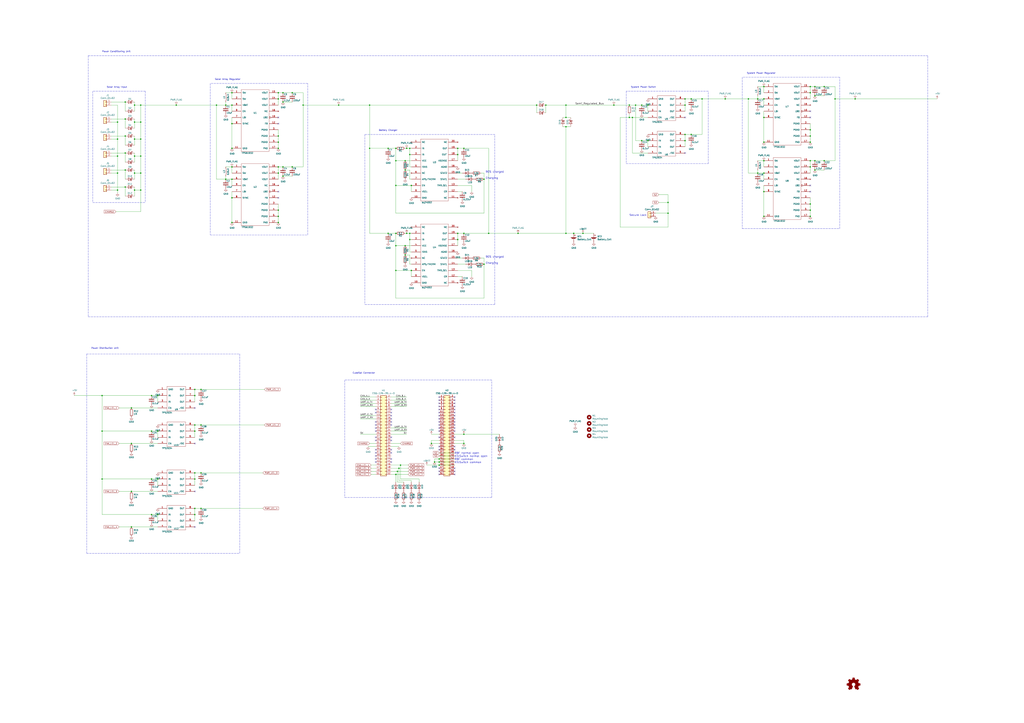
<source format=kicad_sch>
(kicad_sch (version 20231120) (generator "eeschema") (generator_version "8.0")
  (paper "A1")
  (title_block (title "LibreCube PCDU 4-Layer (LC2201)") (date "2024-09-18") (rev "1") (company "Power Electronics and PCB Engineer") (comment 1 "by Denis G. Wachira"))
  (junction (at 165.1 388.62))
  (junction (at 165.1 320.04))
  (junction (at 337.82 222.25))
  (junction (at 665.48 116.84))
  (junction (at 627.38 96.52))
  (junction (at 190.5 147.32))
  (junction (at 702.31 81.28))
  (junction (at 627.38 132.08))
  (junction (at 115.57 128.27))
  (junction (at 160.02 393.7))
  (junction (at 129.54 422.91))
  (junction (at 532.13 115.57))
  (junction (at 240.03 137.16))
  (junction (at 328.93 382.27))
  (junction (at 622.3 142.24))
  (junction (at 334.01 121.92))
  (junction (at 448.31 86.36))
  (junction (at 665.48 177.8))
  (junction (at 669.29 71.12))
  (junction (at 325.12 389.89))
  (junction (at 232.41 137.16))
  (junction (at 96.52 100.33))
  (junction (at 627.38 71.12))
  (junction (at 102.87 111.76))
  (junction (at 228.6 121.92))
  (junction (at 665.48 111.76))
  (junction (at 124.46 325.12))
  (junction (at 562.61 81.28))
  (junction (at 129.54 325.12))
  (junction (at 115.57 86.36))
  (junction (at 115.57 156.21))
  (junction (at 115.57 114.3))
  (junction (at 375.92 121.92))
  (junction (at 334.01 191.77))
  (junction (at 96.52 114.3))
  (junction (at 326.39 387.35))
  (junction (at 232.41 83.82))
  (junction (at 336.55 191.77))
  (junction (at 464.82 86.36))
  (junction (at 325.12 152.4))
  (junction (at 576.58 81.28))
  (junction (at 685.8 81.28))
  (junction (at 562.61 115.57))
  (junction (at 102.87 125.73))
  (junction (at 185.42 86.36))
  (junction (at 676.91 132.08))
  (junction (at 228.6 172.72))
  (junction (at 375.92 191.77))
  (junction (at 165.1 349.25))
  (junction (at 232.41 76.2))
  (junction (at 627.38 177.8))
  (junction (at 83.82 325.12))
  (junction (at 562.61 110.49))
  (junction (at 96.52 142.24))
  (junction (at 129.54 393.7))
  (junction (at 228.6 116.84))
  (junction (at 567.69 81.28))
  (junction (at 110.49 114.3))
  (junction (at 124.46 422.91))
  (junction (at 190.5 86.36))
  (junction (at 336.55 127))
  (junction (at 504.19 86.36))
  (junction (at 144.78 86.36))
  (junction (at 278.13 86.36))
  (junction (at 102.87 83.82))
  (junction (at 665.48 76.2))
  (junction (at 83.82 393.7))
  (junction (at 228.6 177.8))
  (junction (at 464.82 104.14))
  (junction (at 614.68 81.28))
  (junction (at 381 356.87))
  (junction (at 381 121.92))
  (junction (at 124.46 354.33))
  (junction (at 669.29 78.74))
  (junction (at 332.74 201.93))
  (junction (at 397.51 217.17))
  (junction (at 516.89 86.36))
  (junction (at 190.5 162.56))
  (junction (at 107.95 364.49))
  (junction (at 548.64 175.26))
  (junction (at 160.02 320.04))
  (junction (at 375.92 127))
  (junction (at 464.82 191.77))
  (junction (at 165.1 417.83))
  (junction (at 562.61 86.36))
  (junction (at 325.12 132.08))
  (junction (at 190.5 76.2))
  (junction (at 567.69 110.49))
  (junction (at 303.53 86.36))
  (junction (at 676.91 71.12))
  (junction (at 303.53 121.92))
  (junction (at 228.6 182.88))
  (junction (at 232.41 144.78))
  (junction (at 665.48 137.16))
  (junction (at 332.74 209.55))
  (junction (at 102.87 139.7))
  (junction (at 190.5 121.92))
  (junction (at 627.38 116.84))
  (junction (at 478.79 191.77))
  (junction (at 160.02 354.33))
  (junction (at 124.46 393.7))
  (junction (at 532.13 86.36))
  (junction (at 102.87 97.79))
  (junction (at 228.6 142.24))
  (junction (at 96.52 156.21))
  (junction (at 129.54 354.33))
  (junction (at 519.43 96.52))
  (junction (at 360.68 379.73))
  (junction (at 425.45 191.77))
  (junction (at 336.55 196.85))
  (junction (at 665.48 132.08))
  (junction (at 627.38 157.48))
  (junction (at 110.49 86.36))
  (junction (at 160.02 422.91))
  (junction (at 360.68 377.19))
  (junction (at 381 364.49))
  (junction (at 160.02 349.25))
  (junction (at 185.42 147.32))
  (junction (at 669.29 132.08))
  (junction (at 190.5 182.88))
  (junction (at 595.63 81.28))
  (junction (at 325.12 201.93))
  (junction (at 354.33 364.49))
  (junction (at 381 191.77))
  (junction (at 527.05 115.57))
  (junction (at 160.02 325.12))
  (junction (at 228.6 137.16))
  (junction (at 665.48 167.64))
  (junction (at 440.69 86.36))
  (junction (at 318.77 121.92))
  (junction (at 160.02 417.83))
  (junction (at 228.6 111.76))
  (junction (at 102.87 153.67))
  (junction (at 115.57 142.24))
  (junction (at 669.29 139.7))
  (junction (at 375.92 196.85))
  (junction (at 665.48 71.12))
  (junction (at 327.66 384.81))
  (junction (at 332.74 132.08))
  (junction (at 527.05 86.36))
  (junction (at 107.95 335.28))
  (junction (at 332.74 139.7))
  (junction (at 325.12 191.77))
  (junction (at 401.32 191.77))
  (junction (at 464.82 96.52))
  (junction (at 177.8 86.36))
  (junction (at 190.5 101.6))
  (junction (at 318.77 191.77))
  (junction (at 110.49 156.21))
  (junction (at 548.64 166.37))
  (junction (at 107.95 403.86))
  (junction (at 160.02 388.62))
  (junction (at 360.68 382.27))
  (junction (at 665.48 172.72))
  (junction (at 337.82 152.4))
  (junction (at 228.6 81.28))
  (junction (at 471.17 191.77))
  (junction (at 110.49 128.27))
  (junction (at 83.82 354.33))
  (junction (at 325.12 121.92))
  (junction (at 110.49 142.24))
  (junction (at 190.5 137.16))
  (junction (at 356.87 379.73))
  (junction (at 115.57 100.33))
  (junction (at 516.89 96.52))
  (junction (at 397.51 147.32))
  (junction (at 96.52 128.27))
  (junction (at 325.12 222.25))
  (junction (at 107.95 433.07))
  (junction (at 248.92 86.36))
  (junction (at 240.03 76.2))
  (junction (at 110.49 100.33))
  (junction (at 622.3 81.28))
  (junction (at 336.55 121.92))
  (junction (at 521.97 86.36))
  (junction (at 228.6 76.2))
  (junction (at 665.48 106.68))
  (junction (at 627.38 81.28))
  (junction (at 627.38 142.24))
  (no_connect (at 360.68 331.47))
  (no_connect (at 160.02 433.07))
  (no_connect (at 308.61 349.25))
  (no_connect (at 373.38 341.63))
  (no_connect (at 562.61 96.52))
  (no_connect (at 228.6 162.56))
  (no_connect (at 360.68 336.55))
  (no_connect (at 373.38 384.81))
  (no_connect (at 360.68 367.03))
  (no_connect (at 360.68 389.89))
  (no_connect (at 160.02 335.28))
  (no_connect (at 360.68 351.79))
  (no_connect (at 373.38 336.55))
  (no_connect (at 228.6 101.6))
  (no_connect (at 665.48 96.52))
  (no_connect (at 373.38 359.41))
  (no_connect (at 308.61 374.65))
  (no_connect (at 360.68 344.17))
  (no_connect (at 321.31 344.17))
  (no_connect (at 373.38 369.57))
  (no_connect (at 373.38 367.03))
  (no_connect (at 373.38 326.39))
  (no_connect (at 321.31 361.95))
  (no_connect (at 321.31 349.25))
  (no_connect (at 373.38 331.47))
  (no_connect (at 360.68 326.39))
  (no_connect (at 373.38 349.25))
  (no_connect (at 665.48 91.44))
  (no_connect (at 360.68 334.01))
  (no_connect (at 160.02 364.49))
  (no_connect (at 360.68 349.25))
  (no_connect (at 360.68 387.35))
  (no_connect (at 228.6 157.48))
  (no_connect (at 308.61 377.19))
  (no_connect (at 321.31 369.57))
  (no_connect (at 308.61 359.41))
  (no_connect (at 373.38 334.01))
  (no_connect (at 360.68 354.33))
  (no_connect (at 308.61 369.57))
  (no_connect (at 321.31 339.09))
  (no_connect (at 321.31 341.63))
  (no_connect (at 373.38 354.33))
  (no_connect (at 308.61 372.11))
  (no_connect (at 373.38 344.17))
  (no_connect (at 321.31 359.41))
  (no_connect (at 321.31 379.73))
  (no_connect (at 373.38 389.89))
  (no_connect (at 665.48 157.48))
  (no_connect (at 373.38 351.79))
  (no_connect (at 360.68 328.93))
  (no_connect (at 308.61 379.73))
  (no_connect (at 160.02 403.86))
  (no_connect (at 665.48 152.4))
  (no_connect (at 360.68 359.41))
  (no_connect (at 373.38 346.71))
  (no_connect (at 228.6 96.52))
  (no_connect (at 321.31 377.19))
  (no_connect (at 360.68 346.71))
  (no_connect (at 360.68 339.09))
  (no_connect (at 308.61 346.71))
  (no_connect (at 360.68 384.81))
  (no_connect (at 360.68 341.63))
  (no_connect (at 373.38 328.93))
  (no_connect (at 373.38 339.09))
  (no_connect (at 308.61 336.55))
  (no_connect (at 321.31 346.71))
  (no_connect (at 308.61 351.79))
  (no_connect (at 308.61 339.09))
  (no_connect (at 373.38 387.35))
  (no_connect (at 321.31 336.55))
  (no_connect (at 308.61 354.33))
  (no_connect (at 562.61 125.73))
  (no_connect (at 308.61 361.95))
  (no_connect (at 360.68 369.57))
  (no_connect (at 321.31 372.11))
  (wire (pts (xy 177.8 147.32) (xy 177.8 86.36)))
  (wire (pts (xy 165.1 320.04) (xy 217.17 320.04)))
  (wire (pts (xy 160.02 417.83) (xy 160.02 422.91)))
  (wire (pts (xy 334.01 121.92) (xy 336.55 121.92)))
  (wire (pts (xy 360.68 377.19) (xy 356.87 377.19)))
  (wire (pts (xy 240.03 137.16) (xy 232.41 137.16)))
  (wire (pts (xy 110.49 111.76) (xy 110.49 114.3)))
  (wire (pts (xy 302.26 367.03) (xy 308.61 367.03)))
  (wire (pts (xy 595.63 81.28) (xy 614.68 81.28)))
  (wire (pts (xy 190.5 91.44) (xy 190.5 86.36)))
  (wire (pts (xy 110.49 156.21) (xy 110.49 161.29)))
  (wire (pts (xy 129.54 393.7) (xy 124.46 393.7)))
  (wire (pts (xy 332.74 201.93) (xy 337.82 201.93)))
  (wire (pts (xy 622.3 142.24) (xy 627.38 142.24)))
  (wire (pts (xy 295.91 331.47) (xy 308.61 331.47)))
  (wire (pts (xy 102.87 111.76) (xy 91.44 111.76)))
  (wire (pts (xy 96.52 114.3) (xy 96.52 128.27)))
  (wire (pts (xy 295.91 334.01) (xy 308.61 334.01)))
  (wire (pts (xy 325.12 389.89) (xy 335.28 389.89)))
  (wire (pts (xy 375.92 127) (xy 375.92 121.92)))
  (wire (pts (xy 321.31 364.49) (xy 328.93 364.49)))
  (wire (pts (xy 190.5 96.52) (xy 190.5 101.6)))
  (wire (pts (xy 676.91 78.74) (xy 669.29 78.74)))
  (wire (pts (xy 532.13 96.52) (xy 519.43 96.52)))
  (polyline (pts (xy 196.85 290.83) (xy 196.85 454.66)) (stroke (width 0) (type dash)))
  (wire (pts (xy 381 191.77) (xy 401.32 191.77)))
  (wire (pts (xy 91.44 142.24) (xy 96.52 142.24)))
  (wire (pts (xy 185.42 144.78) (xy 185.42 147.32)))
  (wire (pts (xy 562.61 110.49) (xy 567.69 110.49)))
  (wire (pts (xy 160.02 417.83) (xy 165.1 417.83)))
  (polyline (pts (xy 71.12 290.83) (xy 196.85 290.83)) (stroke (width 0) (type dash)))
  (wire (pts (xy 336.55 209.55) (xy 336.55 217.17)))
  (wire (pts (xy 373.38 377.19) (xy 360.68 377.19)))
  (wire (pts (xy 337.82 396.24) (xy 337.82 394.97)))
  (wire (pts (xy 160.02 388.62) (xy 160.02 393.7)))
  (wire (pts (xy 665.48 71.12) (xy 665.48 76.2)))
  (wire (pts (xy 115.57 114.3) (xy 115.57 128.27)))
  (wire (pts (xy 331.47 396.24) (xy 326.39 396.24)))
  (wire (pts (xy 102.87 153.67) (xy 102.87 161.29)))
  (wire (pts (xy 165.1 417.83) (xy 215.9 417.83)))
  (wire (pts (xy 321.31 354.33) (xy 334.01 354.33)))
  (wire (pts (xy 110.49 139.7) (xy 110.49 142.24)))
  (wire (pts (xy 185.42 76.2) (xy 190.5 76.2)))
  (wire (pts (xy 548.64 186.69) (xy 509.27 186.69)))
  (wire (pts (xy 336.55 196.85) (xy 336.55 207.01)))
  (wire (pts (xy 110.49 83.82) (xy 110.49 86.36)))
  (wire (pts (xy 160.02 325.12) (xy 160.02 330.2)))
  (wire (pts (xy 509.27 186.69) (xy 509.27 96.52)))
  (wire (pts (xy 387.35 152.4) (xy 387.35 157.48)))
  (wire (pts (xy 190.5 157.48) (xy 190.5 162.56)))
  (wire (pts (xy 304.8 384.81) (xy 308.61 384.81)))
  (wire (pts (xy 295.91 344.17) (xy 308.61 344.17)))
  (wire (pts (xy 521.97 115.57) (xy 521.97 86.36)))
  (wire (pts (xy 532.13 115.57) (xy 527.05 115.57)))
  (wire (pts (xy 110.49 125.73) (xy 110.49 128.27)))
  (wire (pts (xy 381 361.95) (xy 373.38 361.95)))
  (polyline (pts (xy 299.72 250.19) (xy 406.4 250.19)) (stroke (width 0) (type dash)))
  (wire (pts (xy 521.97 86.36) (xy 527.05 86.36)))
  (wire (pts (xy 614.68 142.24) (xy 622.3 142.24)))
  (wire (pts (xy 96.52 100.33) (xy 96.52 114.3)))
  (wire (pts (xy 321.31 326.39) (xy 334.01 326.39)))
  (wire (pts (xy 325.12 222.25) (xy 337.82 222.25)))
  (wire (pts (xy 228.6 177.8) (xy 228.6 182.88)))
  (wire (pts (xy 321.31 351.79) (xy 334.01 351.79)))
  (wire (pts (xy 669.29 132.08) (xy 665.48 132.08)))
  (wire (pts (xy 110.49 97.79) (xy 110.49 100.33)))
  (wire (pts (xy 160.02 422.91) (xy 160.02 427.99)))
  (wire (pts (xy 381 121.92) (xy 401.32 121.92)))
  (wire (pts (xy 336.55 127) (xy 336.55 137.16)))
  (wire (pts (xy 478.79 191.77) (xy 471.17 191.77)))
  (wire (pts (xy 91.44 114.3) (xy 96.52 114.3)))
  (wire (pts (xy 665.48 162.56) (xy 665.48 167.64)))
  (wire (pts (xy 129.54 354.33) (xy 124.46 354.33)))
  (wire (pts (xy 321.31 387.35) (xy 326.39 387.35)))
  (wire (pts (xy 160.02 349.25) (xy 160.02 354.33)))
  (wire (pts (xy 248.92 86.36) (xy 278.13 86.36)))
  (wire (pts (xy 562.61 86.36) (xy 562.61 91.44)))
  (wire (pts (xy 614.68 142.24) (xy 614.68 81.28)))
  (wire (pts (xy 129.54 422.91) (xy 129.54 427.99)))
  (wire (pts (xy 129.54 433.07) (xy 107.95 433.07)))
  (wire (pts (xy 332.74 191.77) (xy 334.01 191.77)))
  (wire (pts (xy 548.64 166.37) (xy 548.64 175.26)))
  (wire (pts (xy 397.51 142.24) (xy 394.97 142.24)))
  (wire (pts (xy 541.02 160.02) (xy 548.64 160.02)))
  (wire (pts (xy 373.38 372.11) (xy 360.68 372.11)))
  (polyline (pts (xy 283.21 312.42) (xy 283.21 408.94)) (stroke (width 0) (type dash)))
  (wire (pts (xy 519.43 125.73) (xy 519.43 96.52)))
  (wire (pts (xy 110.49 153.67) (xy 110.49 156.21)))
  (wire (pts (xy 303.53 191.77) (xy 318.77 191.77)))
  (wire (pts (xy 373.38 379.73) (xy 360.68 379.73)))
  (wire (pts (xy 177.8 86.36) (xy 185.42 86.36)))
  (wire (pts (xy 334.01 191.77) (xy 336.55 191.77)))
  (wire (pts (xy 665.48 137.16) (xy 665.48 142.24)))
  (wire (pts (xy 185.42 137.16) (xy 190.5 137.16)))
  (polyline (pts (xy 609.6 187.96) (xy 689.61 187.96)) (stroke (width 0) (type dash)))
  (wire (pts (xy 332.74 132.08) (xy 337.82 132.08)))
  (polyline (pts (xy 119.38 74.93) (xy 119.38 166.37)) (stroke (width 0) (type dash)))
  (polyline (pts (xy 252.73 193.04) (xy 252.73 68.58)) (stroke (width 0) (type dash)))
  (wire (pts (xy 676.91 132.08) (xy 685.8 132.08)))
  (wire (pts (xy 91.44 128.27) (xy 96.52 128.27)))
  (wire (pts (xy 326.39 396.24) (xy 326.39 387.35)))
  (wire (pts (xy 614.68 81.28) (xy 622.3 81.28)))
  (wire (pts (xy 96.52 128.27) (xy 96.52 142.24)))
  (wire (pts (xy 303.53 86.36) (xy 440.69 86.36)))
  (wire (pts (xy 627.38 71.12) (xy 627.38 76.2)))
  (wire (pts (xy 337.82 394.97) (xy 327.66 394.97)))
  (wire (pts (xy 110.49 142.24) (xy 115.57 142.24)))
  (wire (pts (xy 627.38 132.08) (xy 627.38 137.16)))
  (wire (pts (xy 337.82 157.48) (xy 337.82 152.4)))
  (wire (pts (xy 665.48 172.72) (xy 665.48 177.8)))
  (wire (pts (xy 622.3 81.28) (xy 627.38 81.28)))
  (wire (pts (xy 102.87 125.73) (xy 102.87 133.35)))
  (wire (pts (xy 97.79 403.86) (xy 107.95 403.86)))
  (wire (pts (xy 375.92 196.85) (xy 375.92 191.77)))
  (wire (pts (xy 160.02 349.25) (xy 165.1 349.25)))
  (wire (pts (xy 344.17 396.24) (xy 344.17 393.7)))
  (wire (pts (xy 325.12 152.4) (xy 337.82 152.4)))
  (wire (pts (xy 228.6 116.84) (xy 228.6 121.92)))
  (wire (pts (xy 115.57 156.21) (xy 110.49 156.21)))
  (wire (pts (xy 160.02 320.04) (xy 160.02 325.12)))
  (wire (pts (xy 83.82 422.91) (xy 124.46 422.91)))
  (wire (pts (xy 107.95 403.86) (xy 129.54 403.86)))
  (wire (pts (xy 381 356.87) (xy 410.21 356.87)))
  (wire (pts (xy 521.97 115.57) (xy 527.05 115.57)))
  (wire (pts (xy 110.49 86.36) (xy 115.57 86.36)))
  (wire (pts (xy 336.55 207.01) (xy 337.82 207.01)))
  (wire (pts (xy 336.55 191.77) (xy 337.82 191.77)))
  (wire (pts (xy 321.31 356.87) (xy 334.01 356.87)))
  (wire (pts (xy 110.49 86.36) (xy 110.49 91.44)))
  (wire (pts (xy 97.79 335.28) (xy 107.95 335.28)))
  (wire (pts (xy 228.6 137.16) (xy 228.6 142.24)))
  (wire (pts (xy 669.29 71.12) (xy 665.48 71.12)))
  (polyline (pts (xy 172.72 68.58) (xy 172.72 193.04)) (stroke (width 0) (type dash)))
  (wire (pts (xy 91.44 86.36) (xy 96.52 86.36)))
  (wire (pts (xy 548.64 175.26) (xy 538.48 175.26)))
  (wire (pts (xy 464.82 86.36) (xy 464.82 96.52)))
  (wire (pts (xy 464.82 104.14) (xy 468.63 104.14)))
  (wire (pts (xy 83.82 325.12) (xy 60.96 325.12)))
  (wire (pts (xy 676.91 132.08) (xy 669.29 132.08)))
  (wire (pts (xy 665.48 101.6) (xy 665.48 106.68)))
  (wire (pts (xy 327.66 394.97) (xy 327.66 384.81)))
  (wire (pts (xy 83.82 325.12) (xy 124.46 325.12)))
  (wire (pts (xy 627.38 147.32) (xy 627.38 142.24)))
  (wire (pts (xy 373.38 364.49) (xy 381 364.49)))
  (wire (pts (xy 303.53 121.92) (xy 318.77 121.92)))
  (wire (pts (xy 325.12 152.4) (xy 325.12 175.26)))
  (wire (pts (xy 190.5 101.6) (xy 190.5 121.92)))
  (polyline (pts (xy 406.4 250.19) (xy 406.4 110.49)) (stroke (width 0) (type dash)))
  (wire (pts (xy 110.49 100.33) (xy 110.49 105.41)))
  (wire (pts (xy 228.6 76.2) (xy 228.6 81.28)))
  (wire (pts (xy 248.92 76.2) (xy 248.92 86.36)))
  (wire (pts (xy 102.87 83.82) (xy 102.87 91.44)))
  (wire (pts (xy 627.38 152.4) (xy 627.38 157.48)))
  (wire (pts (xy 295.91 326.39) (xy 308.61 326.39)))
  (wire (pts (xy 165.1 388.62) (xy 215.9 388.62)))
  (wire (pts (xy 240.03 83.82) (xy 232.41 83.82)))
  (polyline (pts (xy 72.39 45.72) (xy 72.39 260.35)) (stroke (width 0) (type dash)))
  (wire (pts (xy 401.32 191.77) (xy 425.45 191.77)))
  (wire (pts (xy 325.12 201.93) (xy 325.12 191.77)))
  (wire (pts (xy 685.8 81.28) (xy 702.31 81.28)))
  (polyline (pts (xy 514.35 74.93) (xy 514.35 134.62)) (stroke (width 0) (type dash)))
  (wire (pts (xy 303.53 86.36) (xy 303.53 121.92)))
  (wire (pts (xy 325.12 175.26) (xy 397.51 175.26)))
  (wire (pts (xy 102.87 139.7) (xy 102.87 147.32)))
  (wire (pts (xy 462.28 104.14) (xy 464.82 104.14)))
  (polyline (pts (xy 119.38 74.93) (xy 76.2 74.93)) (stroke (width 0) (type dash)))
  (wire (pts (xy 464.82 104.14) (xy 464.82 191.77)))
  (wire (pts (xy 325.12 201.93) (xy 332.74 201.93)))
  (wire (pts (xy 240.03 137.16) (xy 248.92 137.16)))
  (wire (pts (xy 576.58 81.28) (xy 595.63 81.28)))
  (wire (pts (xy 102.87 125.73) (xy 91.44 125.73)))
  (wire (pts (xy 702.31 81.28) (xy 769.62 81.28)))
  (wire (pts (xy 325.12 121.92) (xy 318.77 121.92)))
  (wire (pts (xy 115.57 86.36) (xy 144.78 86.36)))
  (wire (pts (xy 190.5 152.4) (xy 190.5 147.32)))
  (wire (pts (xy 185.42 83.82) (xy 185.42 86.36)))
  (wire (pts (xy 336.55 196.85) (xy 337.82 196.85)))
  (wire (pts (xy 177.8 147.32) (xy 185.42 147.32)))
  (wire (pts (xy 562.61 115.57) (xy 562.61 120.65)))
  (polyline (pts (xy 581.66 134.62) (xy 581.66 74.93)) (stroke (width 0) (type dash)))
  (polyline (pts (xy 514.35 134.62) (xy 581.66 134.62)) (stroke (width 0) (type dash)))
  (wire (pts (xy 248.92 76.2) (xy 240.03 76.2)))
  (wire (pts (xy 548.64 175.26) (xy 548.64 186.69)))
  (wire (pts (xy 685.8 81.28) (xy 685.8 132.08)))
  (wire (pts (xy 325.12 389.89) (xy 325.12 396.24)))
  (wire (pts (xy 336.55 121.92) (xy 337.82 121.92)))
  (wire (pts (xy 387.35 222.25) (xy 387.35 227.33)))
  (wire (pts (xy 83.82 393.7) (xy 124.46 393.7)))
  (wire (pts (xy 665.48 111.76) (xy 665.48 116.84)))
  (wire (pts (xy 627.38 91.44) (xy 627.38 96.52)))
  (wire (pts (xy 562.61 110.49) (xy 562.61 115.57)))
  (wire (pts (xy 102.87 139.7) (xy 91.44 139.7)))
  (wire (pts (xy 303.53 121.92) (xy 303.53 191.77)))
  (wire (pts (xy 304.8 387.35) (xy 308.61 387.35)))
  (wire (pts (xy 102.87 97.79) (xy 102.87 105.41)))
  (wire (pts (xy 516.89 96.52) (xy 519.43 96.52)))
  (wire (pts (xy 115.57 128.27) (xy 115.57 142.24)))
  (wire (pts (xy 354.33 356.87) (xy 360.68 356.87)))
  (wire (pts (xy 96.52 86.36) (xy 96.52 100.33)))
  (polyline (pts (xy 689.61 187.96) (xy 689.61 63.5)) (stroke (width 0) (type dash)))
  (wire (pts (xy 185.42 86.36) (xy 190.5 86.36)))
  (wire (pts (xy 509.27 96.52) (xy 516.89 96.52)))
  (wire (pts (xy 321.31 331.47) (xy 334.01 331.47)))
  (wire (pts (xy 440.69 92.71) (xy 440.69 86.36)))
  (wire (pts (xy 622.3 139.7) (xy 622.3 142.24)))
  (polyline (pts (xy 299.72 110.49) (xy 299.72 250.19)) (stroke (width 0) (type dash)))
  (wire (pts (xy 326.39 387.35) (xy 335.28 387.35)))
  (wire (pts (xy 295.91 328.93) (xy 308.61 328.93)))
  (wire (pts (xy 110.49 128.27) (xy 115.57 128.27)))
  (wire (pts (xy 627.38 86.36) (xy 627.38 81.28)))
  (wire (pts (xy 356.87 377.19) (xy 356.87 379.73)))
  (polyline (pts (xy 609.6 63.5) (xy 609.6 187.96)) (stroke (width 0) (type dash)))
  (polyline (pts (xy 172.72 193.04) (xy 252.73 193.04)) (stroke (width 0) (type dash)))
  (wire (pts (xy 91.44 153.67) (xy 102.87 153.67)))
  (wire (pts (xy 332.74 209.55) (xy 336.55 209.55)))
  (wire (pts (xy 375.92 157.48) (xy 379.73 157.48)))
  (polyline (pts (xy 71.12 454.66) (xy 196.85 454.66)) (stroke (width 0) (type dash)))
  (wire (pts (xy 532.13 125.73) (xy 519.43 125.73)))
  (wire (pts (xy 532.13 86.36) (xy 532.13 91.44)))
  (wire (pts (xy 375.92 212.09) (xy 379.73 212.09)))
  (wire (pts (xy 83.82 354.33) (xy 83.82 325.12)))
  (wire (pts (xy 336.55 217.17) (xy 337.82 217.17)))
  (polyline (pts (xy 72.39 260.35) (xy 762 260.35)) (stroke (width 0) (type dash)))
  (wire (pts (xy 160.02 388.62) (xy 165.1 388.62)))
  (wire (pts (xy 375.92 142.24) (xy 379.73 142.24)))
  (wire (pts (xy 95.25 173.99) (xy 115.57 173.99)))
  (wire (pts (xy 160.02 320.04) (xy 165.1 320.04)))
  (wire (pts (xy 325.12 132.08) (xy 325.12 121.92)))
  (wire (pts (xy 516.89 93.98) (xy 516.89 96.52)))
  (wire (pts (xy 240.03 76.2) (xy 232.41 76.2)))
  (wire (pts (xy 381 364.49) (xy 381 361.95)))
  (wire (pts (xy 627.38 157.48) (xy 627.38 177.8)))
  (wire (pts (xy 115.57 100.33) (xy 115.57 114.3)))
  (polyline (pts (xy 71.12 290.83) (xy 71.12 454.66)) (stroke (width 0) (type dash)))
  (wire (pts (xy 336.55 191.77) (xy 336.55 196.85)))
  (wire (pts (xy 336.55 139.7) (xy 336.55 147.32)))
  (wire (pts (xy 240.03 144.78) (xy 232.41 144.78)))
  (wire (pts (xy 562.61 81.28) (xy 562.61 86.36)))
  (wire (pts (xy 375.92 227.33) (xy 379.73 227.33)))
  (wire (pts (xy 83.82 393.7) (xy 83.82 422.91)))
  (polyline (pts (xy 76.2 74.93) (xy 76.2 166.37)) (stroke (width 0) (type dash)))
  (wire (pts (xy 107.95 364.49) (xy 129.54 364.49)))
  (wire (pts (xy 373.38 374.65) (xy 360.68 374.65)))
  (polyline (pts (xy 299.72 110.49) (xy 406.4 110.49)) (stroke (width 0) (type dash)))
  (wire (pts (xy 397.51 217.17) (xy 397.51 245.11)))
  (wire (pts (xy 448.31 92.71) (xy 448.31 86.36)))
  (wire (pts (xy 278.13 86.36) (xy 303.53 86.36)))
  (wire (pts (xy 325.12 132.08) (xy 325.12 152.4)))
  (wire (pts (xy 397.51 212.09) (xy 397.51 217.17)))
  (wire (pts (xy 325.12 201.93) (xy 325.12 222.25)))
  (wire (pts (xy 129.54 325.12) (xy 124.46 325.12)))
  (wire (pts (xy 354.33 361.95) (xy 354.33 364.49)))
  (wire (pts (xy 228.6 142.24) (xy 228.6 147.32)))
  (wire (pts (xy 248.92 86.36) (xy 248.92 137.16)))
  (wire (pts (xy 487.68 191.77) (xy 478.79 191.77)))
  (wire (pts (xy 110.49 114.3) (xy 110.49 119.38)))
  (wire (pts (xy 448.31 86.36) (xy 464.82 86.36)))
  (wire (pts (xy 622.3 71.12) (xy 627.38 71.12)))
  (wire (pts (xy 228.6 172.72) (xy 228.6 177.8)))
  (wire (pts (xy 567.69 110.49) (xy 576.58 110.49)))
  (wire (pts (xy 321.31 334.01) (xy 334.01 334.01)))
  (wire (pts (xy 562.61 81.28) (xy 567.69 81.28)))
  (wire (pts (xy 97.79 364.49) (xy 107.95 364.49)))
  (wire (pts (xy 627.38 96.52) (xy 627.38 116.84)))
  (wire (pts (xy 336.55 121.92) (xy 336.55 127)))
  (wire (pts (xy 354.33 364.49) (xy 360.68 364.49)))
  (wire (pts (xy 325.12 222.25) (xy 325.12 245.11)))
  (wire (pts (xy 304.8 382.27) (xy 308.61 382.27)))
  (wire (pts (xy 397.51 142.24) (xy 397.51 147.32)))
  (wire (pts (xy 532.13 115.57) (xy 532.13 120.65)))
  (wire (pts (xy 567.69 81.28) (xy 576.58 81.28)))
  (wire (pts (xy 425.45 191.77) (xy 464.82 191.77)))
  (wire (pts (xy 375.92 191.77) (xy 381 191.77)))
  (wire (pts (xy 129.54 393.7) (xy 129.54 398.78)))
  (wire (pts (xy 129.54 325.12) (xy 129.54 330.2)))
  (wire (pts (xy 332.74 139.7) (xy 336.55 139.7)))
  (wire (pts (xy 397.51 212.09) (xy 394.97 212.09)))
  (wire (pts (xy 375.92 152.4) (xy 387.35 152.4)))
  (polyline (pts (xy 76.2 166.37) (xy 119.38 166.37)) (stroke (width 0) (type dash)))
  (wire (pts (xy 102.87 97.79) (xy 91.44 97.79)))
  (polyline (pts (xy 403.86 312.42) (xy 283.21 312.42)) (stroke (width 0) (type dash)))
  (wire (pts (xy 321.31 328.93) (xy 334.01 328.93)))
  (wire (pts (xy 165.1 349.25) (xy 217.17 349.25)))
  (wire (pts (xy 110.49 114.3) (xy 115.57 114.3)))
  (wire (pts (xy 115.57 86.36) (xy 115.57 100.33)))
  (wire (pts (xy 375.92 222.25) (xy 387.35 222.25)))
  (wire (pts (xy 303.53 364.49) (xy 308.61 364.49)))
  (wire (pts (xy 228.6 81.28) (xy 228.6 86.36)))
  (polyline (pts (xy 283.21 408.94) (xy 403.86 408.94)) (stroke (width 0) (type dash)))
  (wire (pts (xy 185.42 147.32) (xy 190.5 147.32)))
  (wire (pts (xy 83.82 393.7) (xy 83.82 354.33)))
  (wire (pts (xy 336.55 127) (xy 337.82 127)))
  (wire (pts (xy 228.6 167.64) (xy 228.6 172.72)))
  (wire (pts (xy 327.66 384.81) (xy 335.28 384.81)))
  (wire (pts (xy 232.41 137.16) (xy 228.6 137.16)))
  (wire (pts (xy 373.38 356.87) (xy 381 356.87)))
  (wire (pts (xy 336.55 147.32) (xy 337.82 147.32)))
  (wire (pts (xy 373.38 382.27) (xy 360.68 382.27)))
  (wire (pts (xy 144.78 86.36) (xy 177.8 86.36)))
  (wire (pts (xy 516.89 86.36) (xy 521.97 86.36)))
  (wire (pts (xy 325.12 132.08) (xy 332.74 132.08)))
  (wire (pts (xy 375.92 201.93) (xy 375.92 196.85)))
  (polyline (pts (xy 252.73 68.58) (xy 172.72 68.58)) (stroke (width 0) (type dash)))
  (wire (pts (xy 541.02 166.37) (xy 548.64 166.37)))
  (wire (pts (xy 344.17 393.7) (xy 328.93 393.7)))
  (wire (pts (xy 321.31 367.03) (xy 327.66 367.03)))
  (wire (pts (xy 295.91 341.63) (xy 308.61 341.63)))
  (wire (pts (xy 115.57 142.24) (xy 115.57 156.21)))
  (wire (pts (xy 468.63 96.52) (xy 464.82 96.52)))
  (wire (pts (xy 325.12 191.77) (xy 318.77 191.77)))
  (wire (pts (xy 115.57 156.21) (xy 115.57 173.99)))
  (wire (pts (xy 375.92 132.08) (xy 375.92 127)))
  (wire (pts (xy 102.87 111.76) (xy 102.87 119.38)))
  (wire (pts (xy 332.74 121.92) (xy 334.01 121.92)))
  (wire (pts (xy 328.93 382.27) (xy 335.28 382.27)))
  (wire (pts (xy 464.82 86.36) (xy 504.19 86.36)))
  (wire (pts (xy 91.44 83.82) (xy 102.87 83.82)))
  (wire (pts (xy 107.95 433.07) (xy 97.79 433.07)))
  (wire (pts (xy 360.68 379.73) (xy 356.87 379.73)))
  (polyline (pts (xy 403.86 408.94) (xy 403.86 312.42)) (stroke (width 0) (type dash)))
  (wire (pts (xy 504.19 86.36) (xy 516.89 86.36)))
  (wire (pts (xy 129.54 422.91) (xy 124.46 422.91)))
  (wire (pts (xy 160.02 393.7) (xy 160.02 398.78)))
  (wire (pts (xy 676.91 139.7) (xy 669.29 139.7)))
  (wire (pts (xy 350.52 382.27) (xy 360.68 382.27)))
  (polyline (pts (xy 72.39 45.72) (xy 762 45.72)) (stroke (width 0) (type dash)))
  (wire (pts (xy 321.31 382.27) (xy 328.93 382.27)))
  (wire (pts (xy 321.31 389.89) (xy 325.12 389.89)))
  (wire (pts (xy 91.44 156.21) (xy 96.52 156.21)))
  (wire (pts (xy 336.55 137.16) (xy 337.82 137.16)))
  (wire (pts (xy 190.5 162.56) (xy 190.5 182.88)))
  (wire (pts (xy 96.52 142.24) (xy 96.52 156.21)))
  (wire (pts (xy 665.48 76.2) (xy 665.48 81.28)))
  (wire (pts (xy 471.17 191.77) (xy 464.82 191.77)))
  (wire (pts (xy 665.48 106.68) (xy 665.48 111.76)))
  (wire (pts (xy 110.49 142.24) (xy 110.49 147.32)))
  (wire (pts (xy 576.58 110.49) (xy 576.58 81.28)))
  (polyline (pts (xy 762 260.35) (xy 762 45.72)) (stroke (width 0) (type dash)))
  (wire (pts (xy 337.82 227.33) (xy 337.82 222.25)))
  (wire (pts (xy 91.44 100.33) (xy 96.52 100.33)))
  (wire (pts (xy 375.92 121.92) (xy 381 121.92)))
  (polyline (pts (xy 581.66 74.93) (xy 514.35 74.93)) (stroke (width 0) (type dash)))
  (wire (pts (xy 232.41 76.2) (xy 228.6 76.2)))
  (wire (pts (xy 129.54 354.33) (xy 129.54 359.41)))
  (wire (pts (xy 665.48 167.64) (xy 665.48 172.72)))
  (wire (pts (xy 375.92 217.17) (xy 382.27 217.17)))
  (wire (pts (xy 110.49 128.27) (xy 110.49 133.35)))
  (polyline (pts (xy 689.61 63.5) (xy 609.6 63.5)) (stroke (width 0) (type dash)))
  (wire (pts (xy 228.6 106.68) (xy 228.6 111.76)))
  (wire (pts (xy 360.68 361.95) (xy 354.33 361.95)))
  (wire (pts (xy 375.92 147.32) (xy 382.27 147.32)))
  (wire (pts (xy 548.64 160.02) (xy 548.64 166.37)))
  (wire (pts (xy 622.3 78.74) (xy 622.3 81.28)))
  (wire (pts (xy 96.52 156.21) (xy 96.52 158.75)))
  (wire (pts (xy 190.5 76.2) (xy 190.5 81.28)))
  (wire (pts (xy 160.02 354.33) (xy 160.02 359.41)))
  (wire (pts (xy 328.93 382.27) (xy 328.93 393.7)))
  (wire (pts (xy 397.51 147.32) (xy 397.51 175.26)))
  (wire (pts (xy 228.6 111.76) (xy 228.6 116.84)))
  (wire (pts (xy 110.49 100.33) (xy 115.57 100.33)))
  (wire (pts (xy 665.48 132.08) (xy 665.48 137.16)))
  (wire (pts (xy 685.8 71.12) (xy 685.8 81.28)))
  (wire (pts (xy 107.95 335.28) (xy 129.54 335.28)))
  (wire (pts (xy 676.91 71.12) (xy 669.29 71.12)))
  (wire (pts (xy 464.82 96.52) (xy 462.28 96.52)))
  (wire (pts (xy 622.3 132.08) (xy 627.38 132.08)))
  (wire (pts (xy 295.91 356.87) (xy 308.61 356.87)))
  (wire (pts (xy 532.13 86.36) (xy 527.05 86.36)))
  (wire (pts (xy 321.31 384.81) (xy 327.66 384.81)))
  (wire (pts (xy 83.82 354.33) (xy 124.46 354.33)))
  (wire (pts (xy 685.8 71.12) (xy 676.91 71.12)))
  (wire (pts (xy 325.12 245.11) (xy 397.51 245.11)))
  (wire (pts (xy 401.32 121.92) (xy 401.32 191.77)))
  (wire (pts (xy 190.5 137.16) (xy 190.5 142.24)))
  (wire (pts (xy 304.8 389.89) (xy 308.61 389.89)))
  (text "KillSwitch common" (at 373.38 381 0) (effects (font (size 1.524 1.524)) (justify left bottom)))
  (text "Solar Array Input" (at 87.63 72.39 0) (effects (font (size 1.27 1.27)) (justify left bottom)))
  (text "Solar Array Regulator" (at 176.53 66.04 0) (effects (font (size 1.27 1.27)) (justify left bottom)))
  (text "Power Distribution Unit" (at 74.93 287.02 0) (effects (font (size 1.27 1.27)) (justify left bottom)))
  (text "90% charged" (at 398.78 212.09 0) (effects (font (size 1.524 1.524)) (justify left bottom)))
  (text "Secure Lock" (at 516.89 177.8 0) (effects (font (size 1.524 1.524)) (justify left bottom)))
  (text "System Power Switch" (at 518.16 72.39 0) (effects (font (size 1.27 1.27)) (justify left bottom)))
  (text "Charging" (at 398.78 217.17 0) (effects (font (size 1.524 1.524)) (justify left bottom)))
  (text "System Power Regulator" (at 613.41 60.96 0) (effects (font (size 1.27 1.27)) (justify left bottom)))
  (text "RBF normal open" (at 373.38 373.38 0) (effects (font (size 1.524 1.524)) (justify left bottom)))
  (text "Battery Charger" (at 311.15 107.95 0) (effects (font (size 1.27 1.27)) (justify left bottom)))
  (text "RBF common" (at 373.38 378.46 0) (effects (font (size 1.524 1.524)) (justify left bottom)))
  (text "CubeSat Connector" (at 289.56 307.34 0) (effects (font (size 1.27 1.27)) (justify left bottom)))
  (text "Power Conditioning Unit" (at 83.82 43.18 0) (effects (font (size 1.27 1.27)) (justify left bottom)))
  (text "Charging" (at 398.78 147.32 0) (effects (font (size 1.524 1.524)) (justify left bottom)))
  (text "KillSwitch normal open" (at 373.38 375.92 0) (effects (font (size 1.524 1.524)) (justify left bottom)))
  (text "90% charged" (at 398.78 142.24 0) (effects (font (size 1.524 1.524)) (justify left bottom)))
  (label "UART_B_TX" (at 323.85 331.47 0))
  (label "CAN_A_L" (at 295.91 326.39 0))
  (label "UART_D_TX" (at 323.85 351.79 0))
  (label "UART_D_RX" (at 323.85 354.33 0))
  (label "CAN_B_H" (at 325.12 328.93 0))
  (label "5V" (at 331.47 356.87 0))
  (label "5V" (at 295.91 356.87 0))
  (label "CAN_A_H" (at 295.91 328.93 0))
  (label "CAN_B_L" (at 325.12 326.39 0))
  (label "UART_B_RX" (at 323.85 334.01 0))
  (label "UART_C_TX" (at 295.91 341.63 0))
  (label "UART_A_TX" (at 295.91 331.47 0))
  (label "UART_A_RX" (at 295.91 334.01 0))
  (label "UART_C_RX" (at 295.91 344.17 0))
  (label "Semi_Regulated_Bus" (at 472.44 86.36 0) (effects (font (size 1.524 1.524))))
  (global_label "ENA_LCL_1" (shape input) (at 97.79 335.28 180) (property "Intersheetrefs" "${INTERSHEET_REFS}" (effects (hide yes))))
  (global_label "PWR_LCL_3" (shape input) (at 215.9 388.62 0) (property "Intersheetrefs" "${INTERSHEET_REFS}" (effects (hide yes))))
  (global_label "ENA_LCL_1" (shape input) (at 304.8 389.89 180) (property "Intersheetrefs" "${INTERSHEET_REFS}" (effects (hide yes))))
  (global_label "CHARGE" (shape input) (at 328.93 364.49 0) (property "Intersheetrefs" "${INTERSHEET_REFS}" (effects (hide yes))))
  (global_label "PWR_LCL_4" (shape input) (at 215.9 417.83 0) (property "Intersheetrefs" "${INTERSHEET_REFS}" (effects (hide yes))))
  (global_label "S3" (shape input) (at 360.68 374.65 180) (property "Intersheetrefs" "${INTERSHEET_REFS}" (effects (hide yes))))
  (global_label "S2" (shape input) (at 541.02 160.02 180) (property "Intersheetrefs" "${INTERSHEET_REFS}" (effects (hide yes))))
  (global_label "PWR_LCL_4" (shape input) (at 335.28 382.27 0) (property "Intersheetrefs" "${INTERSHEET_REFS}" (effects (hide yes))))
  (global_label "PWR_LCL_1" (shape input) (at 217.17 320.04 0) (property "Intersheetrefs" "${INTERSHEET_REFS}" (effects (hide yes))))
  (global_label "ENA_LCL_3" (shape input) (at 97.79 403.86 180) (property "Intersheetrefs" "${INTERSHEET_REFS}" (effects (hide yes))))
  (global_label "ENA_LCL_3" (shape input) (at 304.8 384.81 180) (property "Intersheetrefs" "${INTERSHEET_REFS}" (effects (hide yes))))
  (global_label "S2" (shape input) (at 360.68 372.11 180) (property "Intersheetrefs" "${INTERSHEET_REFS}" (effects (hide yes))))
  (global_label "CHARGE" (shape input) (at 95.25 173.99 180) (property "Intersheetrefs" "${INTERSHEET_REFS}" (effects (hide yes))))
  (global_label "PWR_LCL_3" (shape input) (at 335.28 384.81 0) (property "Intersheetrefs" "${INTERSHEET_REFS}" (effects (hide yes))))
  (global_label "ENA_LCL_2" (shape input) (at 97.79 364.49 180) (property "Intersheetrefs" "${INTERSHEET_REFS}" (effects (hide yes))))
  (global_label "ENA_LCL_4" (shape input) (at 304.8 382.27 180) (property "Intersheetrefs" "${INTERSHEET_REFS}" (effects (hide yes))))
  (global_label "PWR_LCL_1" (shape input) (at 335.28 389.89 0) (property "Intersheetrefs" "${INTERSHEET_REFS}" (effects (hide yes))))
  (global_label "PWR_LCL_2" (shape input) (at 217.17 349.25 0) (property "Intersheetrefs" "${INTERSHEET_REFS}" (effects (hide yes))))
  (global_label "ENA_LCL_2" (shape input) (at 304.8 387.35 180) (property "Intersheetrefs" "${INTERSHEET_REFS}" (effects (hide yes))))
  (global_label "S3" (shape input) (at 541.02 166.37 180) (property "Intersheetrefs" "${INTERSHEET_REFS}" (effects (hide yes))))
  (global_label "ENA_LCL_4" (shape input) (at 97.79 433.07 180) (property "Intersheetrefs" "${INTERSHEET_REFS}" (effects (hide yes))))
  (global_label "PWR_LCL_2" (shape input) (at 335.28 387.35 0) (property "Intersheetrefs" "${INTERSHEET_REFS}" (effects (hide yes))))
  (global_label "CHARGE" (shape input) (at 303.53 364.49 180) (property "Intersheetrefs" "${INTERSHEET_REFS}" (effects (hide yes))))
  (symbol (lib_id "Connector_Generic:Conn_02x26_Odd_Even") (at 365.76 356.87 0) (unit 1)
    (property "Reference" "H2" (at 367.03 320.8782 0))
    (property "Value" "ESQ-126-39-x-D" (at 367.03 323.1896 0))
    (property "Footprint" "Connector_PinHeader_2.54mm:PinHeader_2x26_P2.54mm_Vertical" (effects (hide yes)))
  )
  (symbol (lib_id "Connector_Generic:Conn_02x26_Odd_Even") (at 313.69 356.87 0) (unit 1)
    (property "Reference" "H1" (at 314.96 320.8782 0))
    (property "Value" "ESQ-126-39-x-D" (at 314.96 323.1896 0))
    (property "Footprint" "Connector_PinHeader_2.54mm:PinHeader_2x26_P2.54mm_Vertical" (effects (hide yes)))
  )
  (symbol (lib_id "Connector_Generic:Conn_01x02") (at 86.36 83.82 0) (mirror y) (unit 1)
    (property "Reference" "J1" (at 88.4428 78.3082 0))
    (property "Value" "Conn_01x02" (at 88.4428 80.6196 0))
    (property "Footprint" "Connector_PinHeader_2.54mm:PinHeader_1x02_P2.54mm_Horizontal" (effects (hide yes)))
  )
  (symbol (lib_id "Device:C") (at 318.77 195.58 0) (unit 1)
    (property "Reference" "C8" (at 319.405 193.04 0) (effects (justify left)))
    (property "Value" "10uF" (at 319.405 198.12 0) (effects (justify left)))
    (property "Footprint" "Capacitor_SMD:C_0805_2012Metric" (effects (hide yes)))
  )
  (symbol (lib_id "power:PWR_FLAG") (at 472.44 350.52 0) (unit 1)
    (property "Reference" "#FLG013" (effects (hide yes)))
    (property "Value" "PWR_FLAG" (at 472.44 346.1258 0))
  )
  (symbol (lib_id "power:GND") (at 129.54 320.04 0) (unit 1)
    (property "Reference" "#PWR052" (effects (hide yes)))
    (property "Value" "GND" (at 129.667 324.4342 0))
  )
  (symbol (lib_id "Device:C") (at 527.05 90.17 0) (unit 1)
    (property "Reference" "C13" (at 527.685 87.63 0) (effects (justify left)))
    (property "Value" "0.1uF" (at 527.685 92.71 0) (effects (justify left)))
    (property "Footprint" "Capacitor_SMD:C_0805_2012Metric" (effects (hide yes)))
  )
  (symbol (lib_id "power:GND") (at 318.77 199.39 0) (unit 1)
    (property "Reference" "#PWR011" (effects (hide yes)))
    (property "Value" "GND" (at 318.897 203.7842 0))
  )
  (symbol (lib_id "Device:R") (at 107.95 436.88 0) (unit 1)
    (property "Reference" "R15" (at 109.728 435.7116 0) (effects (justify left)))
    (property "Value" "1M" (at 109.728 438.023 0) (effects (justify left)))
    (property "Footprint" "Resistor_SMD:R_0805_2012Metric" (effects (hide yes)))
  )
  (symbol (lib_id "mylib:TPS61032") (at 209.55 160.02 0) (unit 1)
    (property "Reference" "U2" (at 209.55 153.67 0))
    (property "Value" "TPS61032" (at 203.2 186.69 0))
    (property "Footprint" "Package_SO:HTSSOP-16-1EP_4.4x5mm_P0.65mm_EP3x3mm" (effects (hide yes)))
  )
  (symbol (lib_id "Device:R") (at 332.74 143.51 0) (unit 1)
    (property "Reference" "R4" (at 334.772 143.51 90))
    (property "Value" "110k" (at 332.74 143.51 90))
    (property "Footprint" "Resistor_SMD:R_0805_2012Metric" (effects (hide yes)))
  )
  (symbol (lib_id "Device:R") (at 325.12 407.67 0) (unit 1)
    (property "Reference" "R16" (at 327.152 407.67 90))
    (property "Value" "1.5k" (at 325.12 407.67 90))
    (property "Footprint" "Resistor_SMD:R_0805_2012Metric" (effects (hide yes)))
  )
  (symbol (lib_id "power:GND") (at 337.82 411.48 0) (unit 1)
    (property "Reference" "#PWR063" (effects (hide yes)))
    (property "Value" "GND" (at 337.947 415.8742 0))
  )
  (symbol (lib_id "power:PWR_FLAG") (at 627.38 71.12 0) (unit 1)
    (property "Reference" "#FLG010" (effects (hide yes)))
    (property "Value" "PWR_FLAG" (at 627.38 66.7258 0))
  )
  (symbol (lib_id "power:GND") (at 387.35 157.48 0) (unit 1)
    (property "Reference" "#PWR022" (effects (hide yes)))
    (property "Value" "GND" (at 387.477 161.8742 0))
  )
  (symbol (lib_id "Device:C") (at 379.73 161.29 0) (unit 1)
    (property "Reference" "C9" (at 380.365 158.75 0) (effects (justify left)))
    (property "Value" "0.22uF" (at 380.365 163.83 0) (effects (justify left)))
    (property "Footprint" "Capacitor_SMD:C_0805_2012Metric" (effects (hide yes)))
  )
  (symbol (lib_id "mylib:TPS2034") (at 144.78 327.66 0) (unit 1)
    (property "Reference" "U9" (at 144.78 336.55 0))
    (property "Value" "TPS2034" (at 137.16 339.09 0))
    (property "Footprint" "Package_SO:SO-8_3.9x4.9mm_P1.27mm" (effects (hide yes)))
  )
  (symbol (lib_id "power:GND") (at 665.48 177.8 0) (unit 1)
    (property "Reference" "#PWR039" (effects (hide yes)))
    (property "Value" "GND" (at 665.607 182.1942 0))
  )
  (symbol (lib_id "power:PWR_FLAG") (at 334.01 121.92 0) (unit 1)
    (property "Reference" "#FLG05" (effects (hide yes)))
    (property "Value" "PWR_FLAG" (at 334.01 117.5258 0))
  )
  (symbol (lib_id "Device:C") (at 124.46 426.72 0) (unit 1)
    (property "Reference" "C26" (at 125.095 424.18 0) (effects (justify left)))
    (property "Value" "0.1uF" (at 125.095 429.26 0) (effects (justify left)))
    (property "Footprint" "Capacitor_SMD:C_0805_2012Metric" (effects (hide yes)))
  )
  (symbol (lib_id "power:+BATT") (at 350.52 382.27 0) (unit 1)
    (property "Reference" "#PWR067" (effects (hide yes)))
    (property "Value" "+BATT" (at 350.52 378.714 0))
  )
  (symbol (lib_id "power:GND") (at 107.95 411.48 0) (unit 1)
    (property "Reference" "#PWR046" (effects (hide yes)))
    (property "Value" "GND" (at 107.95 415.29 0))
  )
  (symbol (lib_id "Device:R") (at 107.95 368.3 0) (unit 1)
    (property "Reference" "R13" (at 109.728 367.1316 0) (effects (justify left)))
    (property "Value" "1M" (at 109.728 369.443 0) (effects (justify left)))
    (property "Footprint" "Resistor_SMD:R_0805_2012Metric" (effects (hide yes)))
  )
  (symbol (lib_id "power:GND") (at 532.13 81.28 0) (unit 1)
    (property "Reference" "#PWR029" (effects (hide yes)))
    (property "Value" "GND" (at 532.257 85.6742 0))
  )
  (symbol (lib_id "Device:R") (at 410.21 368.3 0) (unit 1)
    (property "Reference" "R20" (at 412.242 368.3 90))
    (property "Value" "1.5k" (at 410.21 368.3 90))
    (property "Footprint" "Resistor_SMD:R_0805_2012Metric" (effects (hide yes)))
  )
  (symbol (lib_id "power:GND") (at 337.82 162.56 0) (unit 1)
    (property "Reference" "#PWR014" (effects (hide yes)))
    (property "Value" "GND" (at 337.947 166.9542 0))
  )
  (symbol (lib_id "Device:D") (at 383.54 212.09 0) (unit 1)
    (property "Reference" "D14" (at 383.54 209.55 0))
    (property "Value" "LED" (at 383.54 214.63 0))
    (property "Footprint" "Diode_SMD:D_0805_2012Metric" (effects (hide yes)))
  )
  (symbol (lib_id "Device:C") (at 124.46 397.51 0) (unit 1)
    (property "Reference" "C25" (at 125.095 394.97 0) (effects (justify left)))
    (property "Value" "0.1uF" (at 125.095 400.05 0) (effects (justify left)))
    (property "Footprint" "Capacitor_SMD:C_0805_2012Metric" (effects (hide yes)))
  )
  (symbol (lib_id "power:GND") (at 228.6 121.92 0) (unit 1)
    (property "Reference" "#PWR06" (effects (hide yes)))
    (property "Value" "GND" (at 228.727 126.3142 0))
  )
  (symbol (lib_id "Device:C") (at 240.03 140.97 0) (unit 1)
    (property "Reference" "C6" (at 240.665 138.43 0) (effects (justify left)))
    (property "Value" "220uF" (at 240.665 143.51 0) (effects (justify left)))
    (property "Footprint" "Capacitor_Tantalum_SMD:CP_EIA-7343-31_Kemet-D" (effects (hide yes)))
  )
  (symbol (lib_id "power:GND") (at 107.95 372.11 0) (unit 1)
    (property "Reference" "#PWR045" (effects (hide yes)))
    (property "Value" "GND" (at 107.95 375.92 0))
  )
  (symbol (lib_id "power:GND") (at 356.87 379.73 0) (unit 1)
    (property "Reference" "#PWR070" (effects (hide yes)))
    (property "Value" "GND" (at 356.87 383.54 0))
  )
  (symbol (lib_id "power:GND") (at 129.54 388.62 0) (unit 1)
    (property "Reference" "#PWR054" (effects (hide yes)))
    (property "Value" "GND" (at 129.667 393.0142 0))
  )
  (symbol (lib_id "power:GND") (at 124.46 401.32 0) (unit 1)
    (property "Reference" "#PWR050" (effects (hide yes)))
    (property "Value" "GND" (at 124.587 405.7142 0))
  )
  (symbol (lib_id "power:GND") (at 332.74 147.32 0) (unit 1)
    (property "Reference" "#PWR012" (effects (hide yes)))
    (property "Value" "GND" (at 332.867 151.7142 0))
  )
  (symbol (lib_id "Device:D") (at 344.17 400.05 90) (unit 1)
    (property "Reference" "D24" (at 341.63 400.05 0))
    (property "Value" "LED" (at 346.71 400.05 0))
    (property "Footprint" "Diode_SMD:D_0805_2012Metric" (effects (hide yes)))
  )
  (symbol (lib_id "Device:R") (at 107.95 407.67 0) (unit 1)
    (property "Reference" "R14" (at 109.728 406.5016 0) (effects (justify left)))
    (property "Value" "1M" (at 109.728 408.813 0) (effects (justify left)))
    (property "Footprint" "Resistor_SMD:R_0805_2012Metric" (effects (hide yes)))
  )
  (symbol (lib_id "Device:R") (at 332.74 205.74 0) (unit 1)
    (property "Reference" "R5" (at 334.772 205.74 90))
    (property "Value" "309k" (at 332.74 205.74 90))
    (property "Footprint" "Resistor_SMD:R_0805_2012Metric" (effects (hide yes)))
  )
  (symbol (lib_id "mylib:TPS61032") (at 209.55 99.06 0) (unit 1)
    (property "Reference" "U1" (at 209.55 92.71 0))
    (property "Value" "TPS61032" (at 203.2 125.73 0))
    (property "Footprint" "Package_SO:HTSSOP-16-1EP_4.4x5mm_P0.65mm_EP3x3mm" (effects (hide yes)))
  )
  (symbol (lib_id "power:GND") (at 165.1 425.45 0) (unit 1)
    (property "Reference" "#PWR059" (effects (hide yes)))
    (property "Value" "GND" (at 165.227 429.8442 0))
  )
  (symbol (lib_id "power:PWR_FLAG") (at 144.78 86.36 0) (unit 1)
    (property "Reference" "#FLG01" (effects (hide yes)))
    (property "Value" "PWR_FLAG" (at 144.78 81.9658 0))
  )
  (symbol (lib_id "power:GND") (at 354.33 364.49 0) (unit 1)
    (property "Reference" "#PWR069" (effects (hide yes)))
    (property "Value" "GND" (at 354.33 368.3 0))
  )
  (symbol (lib_id "Connector_Generic:Conn_01x02") (at 533.4 175.26 0) (mirror y) (unit 1)
    (property "Reference" "J7" (at 535.4828 169.7482 0))
    (property "Value" "Conn_01x02" (at 535.4828 172.0596 0))
    (property "Footprint" "Connector_PinHeader_2.54mm:PinHeader_1x02_P2.54mm_Vertical" (effects (hide yes)))
  )
  (symbol (lib_id "Device:D_Schottky") (at 106.68 91.44 0) (mirror y) (unit 1)
    (property "Reference" "D2" (at 106.68 88.9 0))
    (property "Value" "D_Schottky" (effects (hide yes)))
    (property "Footprint" "Diode_SMD:D_SOD-123" (effects (hide yes)))
  )
  (symbol (lib_id "power:GND") (at 669.29 139.7 0) (unit 1)
    (property "Reference" "#PWR041" (effects (hide yes)))
    (property "Value" "GND" (at 669.417 144.0942 0))
  )
  (symbol (lib_id "power:GND") (at 318.77 129.54 0) (unit 1)
    (property "Reference" "#PWR010" (effects (hide yes)))
    (property "Value" "GND" (at 318.897 133.9342 0))
  )
  (symbol (lib_id "power:GND") (at 375.92 137.16 0) (unit 1)
    (property "Reference" "#PWR016" (effects (hide yes)))
    (property "Value" "GND" (at 376.047 141.5542 0))
  )
  (symbol (lib_id "power:GND") (at 190.5 121.92 0) (unit 1)
    (property "Reference" "#PWR04" (effects (hide yes)))
    (property "Value" "GND" (at 190.627 126.3142 0))
  )
  (symbol (lib_id "power:PWR_FLAG") (at 425.45 191.77 0) (unit 1)
    (property "Reference" "#FLG07" (effects (hide yes)))
    (property "Value" "PWR_FLAG" (at 425.45 187.3758 0))
  )
  (symbol (lib_id "Device:L") (at 185.42 140.97 0) (unit 1)
    (property "Reference" "L2" (at 184.15 140.97 90))
    (property "Value" "6.8uH" (at 187.325 140.97 90))
    (property "Footprint" "Inductor_SMD:L_10.4x10.4_H4.8" (effects (hide yes)))
  )
  (symbol (lib_id "power:+5V") (at 354.33 356.87 0) (unit 1)
    (property "Reference" "#PWR068" (effects (hide yes)))
    (property "Value" "+5V" (at 354.33 353.314 0))
  )
  (symbol (lib_id "power:PWR_FLAG") (at 702.31 81.28 0) (unit 1)
    (property "Reference" "#FLG012" (effects (hide yes)))
    (property "Value" "PWR_FLAG" (at 702.31 76.8858 0))
  )
  (symbol (lib_id "Device:D") (at 325.12 400.05 90) (unit 1)
    (property "Reference" "D21" (at 322.58 400.05 0))
    (property "Value" "LED" (at 327.66 400.05 0))
    (property "Footprint" "Diode_SMD:D_0805_2012Metric" (effects (hide yes)))
  )
  (symbol (lib_id "Connector_Generic:Conn_01x02") (at 86.36 153.67 0) (mirror y) (unit 1)
    (property "Reference" "J6" (at 88.4428 148.1582 0))
    (property "Value" "Conn_01x02" (at 88.4428 150.4696 0))
    (property "Footprint" "Connector_PinHeader_2.54mm:PinHeader_1x02_P2.54mm_Horizontal" (effects (hide yes)))
  )
  (symbol (lib_id "power:GND") (at 107.95 342.9 0) (unit 1)
    (property "Reference" "#PWR044" (effects (hide yes)))
    (property "Value" "GND" (at 107.95 346.71 0))
  )
  (symbol (lib_id "Connector_Generic:Conn_01x02") (at 86.36 111.76 0) (mirror y) (unit 1)
    (property "Reference" "J3" (at 88.4428 106.2482 0))
    (property "Value" "Conn_01x02" (at 88.4428 108.5596 0))
    (property "Footprint" "Connector_PinHeader_2.54mm:PinHeader_1x02_P2.54mm_Horizontal" (effects (hide yes)))
  )
  (symbol (lib_id "Device:R") (at 393.7 147.32 270) (unit 1)
    (property "Reference" "R9" (at 393.7 149.352 90))
    (property "Value" "1.5k" (at 393.7 147.32 90))
    (property "Footprint" "Resistor_SMD:R_0805_2012Metric" (effects (hide yes)))
  )
  (symbol (lib_id "power:GND") (at 332.74 217.17 0) (unit 1)
    (property "Reference" "#PWR013" (effects (hide yes)))
    (property "Value" "GND" (at 332.867 221.5642 0))
  )
  (symbol (lib_id "power:GND") (at 129.54 417.83 0) (unit 1)
    (property "Reference" "#PWR055" (effects (hide yes)))
    (property "Value" "GND" (at 129.667 422.2242 0))
  )
  (symbol (lib_id "Device:C") (at 232.41 140.97 0) (unit 1)
    (property "Reference" "C4" (at 233.045 138.43 0) (effects (justify left)))
    (property "Value" "2.2uF" (at 233.045 143.51 0) (effects (justify left)))
    (property "Footprint" "Capacitor_SMD:C_0805_2012Metric" (effects (hide yes)))
  )
  (symbol (lib_id "power:GND") (at 471.17 199.39 0) (unit 1)
    (property "Reference" "#PWR024" (effects (hide yes)))
    (property "Value" "GND" (at 471.297 203.7842 0))
  )
  (symbol (lib_id "mylib:bq24002") (at 356.87 209.55 0) (unit 1)
    (property "Reference" "U4" (at 356.87 203.2 0))
    (property "Value" "bq24002" (at 350.52 236.22 0))
    (property "Footprint" "Package_SO:HTSSOP-20-1EP_4.4x6.5mm_P0.65mm_EP2.85x4mm" (effects (hide yes)))
  )
  (symbol (lib_id "mylib:TPS61032") (at 646.43 154.94 0) (unit 1)
    (property "Reference" "U8" (at 646.43 148.59 0))
    (property "Value" "TPS61032" (at 640.08 181.61 0))
    (property "Footprint" "Package_SO:HTSSOP-16-1EP_4.4x5mm_P0.65mm_EP3x3mm" (effects (hide yes)))
  )
  (symbol (lib_id "power:GND") (at 669.29 78.74 0) (unit 1)
    (property "Reference" "#PWR040" (effects (hide yes)))
    (property "Value" "GND" (at 669.417 83.1342 0))
  )
  (symbol (lib_id "Device:C") (at 527.05 119.38 0) (unit 1)
    (property "Reference" "C14" (at 527.685 116.84 0) (effects (justify left)))
    (property "Value" "0.1uF" (at 527.685 121.92 0) (effects (justify left)))
    (property "Footprint" "Capacitor_SMD:C_0805_2012Metric" (effects (hide yes)))
  )
  (symbol (lib_id "Device:C") (at 232.41 80.01 0) (unit 1)
    (property "Reference" "C3" (at 233.045 77.47 0) (effects (justify left)))
    (property "Value" "2.2uF" (at 233.045 82.55 0) (effects (justify left)))
    (property "Footprint" "Capacitor_SMD:C_0805_2012Metric" (effects (hide yes)))
  )
  (symbol (lib_id "power:GND") (at 622.3 88.9 0) (unit 1)
    (property "Reference" "#PWR034" (effects (hide yes)))
    (property "Value" "GND" (at 622.427 93.2942 0))
  )
  (symbol (lib_id "power:GND") (at 185.42 154.94 0) (unit 1)
    (property "Reference" "#PWR03" (effects (hide yes)))
    (property "Value" "GND" (at 185.547 159.3342 0))
  )
  (symbol (lib_id "power:GND") (at 107.95 440.69 0) (unit 1)
    (property "Reference" "#PWR047" (effects (hide yes)))
    (property "Value" "GND" (at 107.95 444.5 0))
  )
  (symbol (lib_id "Mechanical:MountingHole") (at 483.87 342.9 0) (unit 1)
    (property "Reference" "M1" (at 486.41 341.63 0) (effects (justify left)))
    (property "Value" "MountingHole" (at 486.41 344.17 0) (effects (justify left)))
    (property "Footprint" "MountingHole:MountingHole_3.2mm_M3_Pad" (effects (hide yes)))
  )
  (symbol (lib_id "power:GND") (at 381 129.54 0) (unit 1)
    (property "Reference" "#PWR020" (effects (hide yes)))
    (property "Value" "GND" (at 381.127 133.9342 0))
  )
  (symbol (lib_id "power:GND") (at 190.5 182.88 0) (unit 1)
    (property "Reference" "#PWR05" (effects (hide yes)))
    (property "Value" "GND" (at 190.627 187.2742 0))
  )
  (symbol (lib_id "power:+5V") (at 769.62 81.28 0) (unit 1)
    (property "Reference" "#PWR042" (effects (hide yes)))
    (property "Value" "+5V" (at 770.001 76.8858 0))
  )
  (symbol (lib_id "power:GND") (at 567.69 118.11 0) (unit 1)
    (property "Reference" "#PWR033" (effects (hide yes)))
    (property "Value" "GND" (at 567.817 122.5042 0))
  )
  (symbol (lib_id "Device:R") (at 393.7 217.17 270) (unit 1)
    (property "Reference" "R10" (at 393.7 219.202 90))
    (property "Value" "1.5k" (at 393.7 217.17 90))
    (property "Footprint" "Resistor_SMD:R_0805_2012Metric" (effects (hide yes)))
  )
  (symbol (lib_id "Device:C") (at 379.73 231.14 0) (unit 1)
    (property "Reference" "C10" (at 380.365 228.6 0) (effects (justify left)))
    (property "Value" "0.22uF" (at 380.365 233.68 0) (effects (justify left)))
    (property "Footprint" "Capacitor_SMD:C_0805_2012Metric" (effects (hide yes)))
  )
  (symbol (lib_id "Device:D_Schottky") (at 106.68 147.32 0) (mirror y) (unit 1)
    (property "Reference" "D10" (at 106.68 144.78 0))
    (property "Value" "D_Schottky" (effects (hide yes)))
    (property "Footprint" "Diode_SMD:D_SOD-123" (effects (hide yes)))
  )
  (symbol (lib_id "Device:D_Schottky") (at 106.68 125.73 0) (mirror y) (unit 1)
    (property "Reference" "D7" (at 106.68 123.19 0))
    (property "Value" "D_Schottky" (effects (hide yes)))
    (property "Footprint" "Diode_SMD:D_SOD-123" (effects (hide yes)))
  )
  (symbol (lib_id "Device:R") (at 516.89 90.17 0) (unit 1)
    (property "Reference" "R11" (at 518.668 89.0016 0) (effects (justify left)))
    (property "Value" "1M" (at 518.668 91.313 0) (effects (justify left)))
    (property "Footprint" "Resistor_SMD:R_0805_2012Metric" (effects (hide yes)))
  )
  (symbol (lib_id "Device:D") (at 383.54 142.24 0) (unit 1)
    (property "Reference" "D13" (at 383.54 139.7 0))
    (property "Value" "LED" (at 383.54 144.78 0))
    (property "Footprint" "Diode_SMD:D_0805_2012Metric" (effects (hide yes)))
  )
  (symbol (lib_id "power:GND") (at 331.47 411.48 0) (unit 1)
    (property "Reference" "#PWR062" (effects (hide yes)))
    (property "Value" "GND" (at 331.597 415.8742 0))
  )
  (symbol (lib_id "power:GND") (at 487.68 199.39 0) (unit 1)
    (property "Reference" "#PWR026" (effects (hide yes)))
    (property "Value" "GND" (at 487.807 203.7842 0))
  )
  (symbol (lib_id "mylib:TPS2034") (at 547.37 88.9 0) (unit 1)
    (property "Reference" "U5" (at 547.37 97.79 0))
    (property "Value" "TPS2034" (at 539.75 100.33 0))
    (property "Footprint" "Package_SO:SO-8_3.9x4.9mm_P1.27mm" (effects (hide yes)))
  )
  (symbol (lib_id "Device:D") (at 337.82 400.05 90) (unit 1)
    (property "Reference" "D23" (at 335.28 400.05 0))
    (property "Value" "LED" (at 340.36 400.05 0))
    (property "Footprint" "Diode_SMD:D_0805_2012Metric" (effects (hide yes)))
  )
  (symbol (lib_id "Device:C") (at 165.1 421.64 0) (unit 1)
    (property "Reference" "C30" (at 165.735 419.1 0) (effects (justify left)))
    (property "Value" "0.1uF" (at 165.735 424.18 0) (effects (justify left)))
    (property "Footprint" "Capacitor_SMD:C_0805_2012Metric" (effects (hide yes)))
  )
  (symbol (lib_id "Mechanical:MountingHole") (at 483.87 358.14 0) (unit 1)
    (property "Reference" "M4" (at 486.41 356.87 0) (effects (justify left)))
    (property "Value" "MountingHole" (at 486.41 359.41 0) (effects (justify left)))
    (property "Footprint" "MountingHole:MountingHole_3.2mm_M3_Pad" (effects (hide yes)))
  )
  (symbol (lib_id "mylib:TPS2034") (at 144.78 356.87 0) (unit 1)
    (property "Reference" "U10" (at 144.78 365.76 0))
    (property "Value" "TPS2034" (at 137.16 368.3 0))
    (property "Footprint" "Package_SO:SO-8_3.9x4.9mm_P1.27mm" (effects (hide yes)))
  )
  (symbol (lib_id "Device:D_Schottky") (at 106.68 153.67 0) (mirror y) (unit 1)
    (property "Reference" "D11" (at 106.68 151.13 0))
    (property "Value" "D_Schottky" (effects (hide yes)))
    (property "Footprint" "Diode_SMD:D_SOD-123" (effects (hide yes)))
  )
  (symbol (lib_id "power:GND") (at 327.66 367.03 0) (unit 1)
    (property "Reference" "#PWR066" (effects (hide yes)))
    (property "Value" "GND" (at 327.787 371.4242 0))
  )
  (symbol (lib_id "Device:R") (at 332.74 213.36 0) (unit 1)
    (property "Reference" "R6" (at 334.772 213.36 90))
    (property "Value" "110k" (at 332.74 213.36 90))
    (property "Footprint" "Resistor_SMD:R_0805_2012Metric" (effects (hide yes)))
  )
  (symbol (lib_id "power:PWR_FLAG") (at 627.38 132.08 0) (unit 1)
    (property "Reference" "#FLG011" (effects (hide yes)))
    (property "Value" "PWR_FLAG" (at 627.38 127.6858 0))
  )
  (symbol (lib_id "power:PWR_FLAG") (at 504.19 86.36 0) (unit 1)
    (property "Reference" "#FLG08" (effects (hide yes)))
    (property "Value" "PWR_FLAG" (at 504.19 81.9658 0))
  )
  (symbol (lib_id "power:GND") (at 185.42 93.98 0) (unit 1)
    (property "Reference" "#PWR02" (effects (hide yes)))
    (property "Value" "GND" (at 185.547 98.3742 0))
  )
  (symbol (lib_id "Device:D") (at 410.21 360.68 90) (unit 1)
    (property "Reference" "D25" (at 407.67 360.68 0))
    (property "Value" "LED" (at 412.75 360.68 0))
    (property "Footprint" "Diode_SMD:D_0805_2012Metric" (effects (hide yes)))
  )
  (symbol (lib_id "power:GND") (at 538.48 177.8 0) (unit 1)
    (property "Reference" "#PWR031" (effects (hide yes)))
    (property "Value" "GND" (at 538.607 182.1942 0))
  )
  (symbol (lib_id "Device:C") (at 124.46 358.14 0) (unit 1)
    (property "Reference" "C24" (at 125.095 355.6 0) (effects (justify left)))
    (property "Value" "0.1uF" (at 125.095 360.68 0) (effects (justify left)))
    (property "Footprint" "Capacitor_SMD:C_0805_2012Metric" (effects (hide yes)))
  )
  (symbol (lib_id "Mechanical:MountingHole") (at 483.87 347.98 0) (unit 1)
    (property "Reference" "M2" (at 486.41 346.71 0) (effects (justify left)))
    (property "Value" "MountingHole" (at 486.41 349.25 0) (effects (justify left)))
    (property "Footprint" "MountingHole:MountingHole_3.2mm_M3_Pad" (effects (hide yes)))
  )
  (symbol (lib_id "power:GND") (at 129.54 349.25 0) (unit 1)
    (property "Reference" "#PWR053" (effects (hide yes)))
    (property "Value" "GND" (at 129.667 353.6442 0))
  )
  (symbol (lib_id "power:GND") (at 532.13 110.49 0) (unit 1)
    (property "Reference" "#PWR030" (effects (hide yes)))
    (property "Value" "GND" (at 532.257 114.8842 0))
  )
  (symbol (lib_id "power:GND") (at 165.1 396.24 0) (unit 1)
    (property "Reference" "#PWR058" (effects (hide yes)))
    (property "Value" "GND" (at 165.227 400.6342 0))
  )
  (symbol (lib_id "power:GND") (at 472.44 350.52 0) (unit 1)
    (property "Reference" "#PWR060" (effects (hide yes)))
    (property "Value" "GND" (at 472.567 354.9142 0))
  )
  (symbol (lib_id "power:PWR_FLAG") (at 190.5 137.16 0) (unit 1)
    (property "Reference" "#FLG03" (effects (hide yes)))
    (property "Value" "PWR_FLAG" (at 190.5 132.7658 0))
  )
  (symbol (lib_id "Device:C") (at 185.42 90.17 0) (unit 1)
    (property "Reference" "C1" (at 186.055 87.63 0) (effects (justify left)))
    (property "Value" "10uF" (at 186.055 92.71 0) (effects (justify left)))
    (property "Footprint" "Capacitor_SMD:C_0805_2012Metric" (effects (hide yes)))
  )
  (symbol (lib_id "mylib:TPS2034") (at 144.78 396.24 0) (unit 1)
    (property "Reference" "U11" (at 144.78 405.13 0))
    (property "Value" "TPS2034" (at 137.16 407.67 0))
    (property "Footprint" "Package_SO:SO-8_3.9x4.9mm_P1.27mm" (effects (hide yes)))
  )
  (symbol (lib_id "Connector_Generic:Conn_01x02") (at 86.36 125.73 0) (mirror y) (unit 1)
    (property "Reference" "J4" (at 88.4428 120.2182 0))
    (property "Value" "Conn_01x02" (at 88.4428 122.5296 0))
    (property "Footprint" "Connector_PinHeader_2.54mm:PinHeader_1x02_P2.54mm_Horizontal" (effects (hide yes)))
  )
  (symbol (lib_id "Device:C") (at 669.29 74.93 0) (unit 1)
    (property "Reference" "C19" (at 669.925 72.39 0) (effects (justify left)))
    (property "Value" "2.2uF" (at 669.925 77.47 0) (effects (justify left)))
    (property "Footprint" "Capacitor_SMD:C_0805_2012Metric" (effects (hide yes)))
  )
  (symbol (lib_id "Device:C") (at 676.91 135.89 0) (unit 1)
    (property "Reference" "C22" (at 677.545 133.35 0) (effects (justify left)))
    (property "Value" "220uF" (at 677.545 138.43 0) (effects (justify left)))
    (property "Footprint" "Capacitor_Tantalum_SMD:CP_EIA-7343-31_Kemet-D" (effects (hide yes)))
  )
  (symbol (lib_id "Device:D_Schottky") (at 468.63 100.33 90) (mirror x) (unit 1)
    (property "Reference" "D20" (at 466.09 100.33 0))
    (property "Value" "D_Schottky" (effects (hide yes)))
    (property "Footprint" "Diode_SMD:D_SOD-123" (effects (hide yes)))
  )
  (symbol (lib_id "Device:D_Schottky") (at 106.68 111.76 0) (mirror y) (unit 1)
    (property "Reference" "D5" (at 106.68 109.22 0))
    (property "Value" "D_Schottky" (effects (hide yes)))
    (property "Footprint" "Diode_SMD:D_SOD-123" (effects (hide yes)))
  )
  (symbol (lib_id "Device:D_Schottky") (at 444.5 86.36 0) (mirror y) (unit 1)
    (property "Reference" "D17" (at 444.5 83.82 0))
    (property "Value" "D_Schottky" (effects (hide yes)))
    (property "Footprint" "Diode_SMD:D_SOD-123" (effects (hide yes)))
  )
  (symbol (lib_id "Device:D_Schottky") (at 106.68 139.7 0) (mirror y) (unit 1)
    (property "Reference" "D9" (at 106.68 137.16 0))
    (property "Value" "D_Schottky" (effects (hide yes)))
    (property "Footprint" "Diode_SMD:D_SOD-123" (effects (hide yes)))
  )
  (symbol (lib_id "Device:L") (at 622.3 74.93 0) (unit 1)
    (property "Reference" "L3" (at 621.03 74.93 90))
    (property "Value" "6.8uH" (at 624.205 74.93 90))
    (property "Footprint" "Inductor_SMD:L_10.4x10.4_H4.8" (effects (hide yes)))
  )
  (symbol (lib_id "power:GND") (at 124.46 361.95 0) (unit 1)
    (property "Reference" "#PWR049" (effects (hide yes)))
    (property "Value" "GND" (at 124.587 366.3442 0))
  )
  (symbol (lib_id "power:GND") (at 379.73 165.1 0) (unit 1)
    (property "Reference" "#PWR018" (effects (hide yes)))
    (property "Value" "GND" (at 379.857 169.4942 0))
  )
  (symbol (lib_id "Device:C") (at 567.69 114.3 0) (unit 1)
    (property "Reference" "C16" (at 568.325 111.76 0) (effects (justify left)))
    (property "Value" "0.1uF" (at 568.325 116.84 0) (effects (justify left)))
    (property "Footprint" "Capacitor_SMD:C_0805_2012Metric" (effects (hide yes)))
  )
  (symbol (lib_id "Connector_Generic:Conn_01x02") (at 86.36 139.7 0) (mirror y) (unit 1)
    (property "Reference" "J5" (at 88.4428 134.1882 0))
    (property "Value" "Conn_01x02" (at 88.4428 136.4996 0))
    (property "Footprint" "Connector_PinHeader_2.54mm:PinHeader_1x02_P2.54mm_Horizontal" (effects (hide yes)))
  )
  (symbol (lib_id "power:GND") (at 232.41 144.78 0) (unit 1)
    (property "Reference" "#PWR09" (effects (hide yes)))
    (property "Value" "GND" (at 232.537 149.1742 0))
  )
  (symbol (lib_id "Graphic:Logo_Open_Hardware_Small") (at 701.04 562.61 0) (unit 1) (exclude_from_sim yes) (in_bom no)
    (property "Reference" "REF1" (effects (hide yes)))
    (property "Value" "Logo_Open_Hardware_Small" (effects (hide yes)))
    (property "Footprint" "Symbol:OSHW-Logo_5.7x6mm_SilkScreen" (effects (hide yes)))
  )
  (symbol (lib_id "Device:R") (at 107.95 339.09 0) (unit 1)
    (property "Reference" "R12" (at 109.728 337.9216 0) (effects (justify left)))
    (property "Value" "1M" (at 109.728 340.233 0) (effects (justify left)))
    (property "Footprint" "Resistor_SMD:R_0805_2012Metric" (effects (hide yes)))
  )
  (symbol (lib_id "Device:C") (at 185.42 151.13 0) (unit 1)
    (property "Reference" "C2" (at 186.055 148.59 0) (effects (justify left)))
    (property "Value" "10uF" (at 186.055 153.67 0) (effects (justify left)))
    (property "Footprint" "Capacitor_SMD:C_0805_2012Metric" (effects (hide yes)))
  )
  (symbol (lib_id "Device:D_Schottky") (at 462.28 100.33 90) (mirror x) (unit 1)
    (property "Reference" "D19" (at 459.74 100.33 0))
    (property "Value" "D_Schottky" (effects (hide yes)))
    (property "Footprint" "Diode_SMD:D_SOD-123" (effects (hide yes)))
  )
  (symbol (lib_id "power:PWR_FLAG") (at 278.13 86.36 0) (unit 1)
    (property "Reference" "#FLG04" (effects (hide yes)))
    (property "Value" "PWR_FLAG" (at 278.13 81.9658 0))
  )
  (symbol (lib_id "power:GND") (at 567.69 88.9 0) (unit 1)
    (property "Reference" "#PWR032" (effects (hide yes)))
    (property "Value" "GND" (at 567.817 93.2942 0))
  )
  (symbol (lib_id "power:+5V") (at 60.96 325.12 0) (unit 1)
    (property "Reference" "#PWR043" (effects (hide yes)))
    (property "Value" "+5V" (at 61.341 320.7258 0))
  )
  (symbol (lib_id "Device:C") (at 381 125.73 0) (unit 1)
    (property "Reference" "C11" (at 381.635 123.19 0) (effects (justify left)))
    (property "Value" "10uF" (at 381.635 128.27 0) (effects (justify left)))
    (property "Footprint" "Capacitor_SMD:C_0805_2012Metric" (effects (hide yes)))
  )
  (symbol (lib_id "Device:R") (at 331.47 407.67 0) (unit 1)
    (property "Reference" "R17" (at 333.502 407.67 90))
    (property "Value" "1.5k" (at 331.47 407.67 90))
    (property "Footprint" "Resistor_SMD:R_0805_2012Metric" (effects (hide yes)))
  )
  (symbol (lib_id "Device:C") (at 240.03 80.01 0) (unit 1)
    (property "Reference" "C5" (at 240.665 77.47 0) (effects (justify left)))
    (property "Value" "220uF" (at 240.665 82.55 0) (effects (justify left)))
    (property "Footprint" "Capacitor_Tantalum_SMD:CP_EIA-7343-31_Kemet-D" (effects (hide yes)))
  )
  (symbol (lib_id "Device:D_Schottky") (at 106.68 133.35 0) (mirror y) (unit 1)
    (property "Reference" "D8" (at 106.68 130.81 0))
    (property "Value" "D_Schottky" (effects (hide yes)))
    (property "Footprint" "Diode_SMD:D_SOD-123" (effects (hide yes)))
  )
  (symbol (lib_id "power:GND") (at 410.21 372.11 0) (unit 1)
    (property "Reference" "#PWR073" (effects (hide yes)))
    (property "Value" "GND" (at 410.337 376.5042 0))
  )
  (symbol (lib_id "Device:C") (at 567.69 85.09 0) (unit 1)
    (property "Reference" "C15" (at 568.325 82.55 0) (effects (justify left)))
    (property "Value" "0.1uF" (at 568.325 87.63 0) (effects (justify left)))
    (property "Footprint" "Capacitor_SMD:C_0805_2012Metric" (effects (hide yes)))
  )
  (symbol (lib_id "power:GND") (at 381 364.49 0) (unit 1)
    (property "Reference" "#PWR072" (effects (hide yes)))
    (property "Value" "GND" (at 381 368.3 0))
  )
  (symbol (lib_id "Device:Battery_Cell") (at 487.68 196.85 0) (unit 1)
    (property "Reference" "BT2" (at 490.6772 194.4116 0) (effects (justify left)))
    (property "Value" "Battery_Cell" (at 490.6772 196.723 0) (effects (justify left)))
    (property "Footprint" "Battery:BatteryHolder_Keystone_1042_1x18650" (effects (hide yes)))
  )
  (symbol (lib_id "Device:D_Schottky") (at 106.68 97.79 0) (mirror y) (unit 1)
    (property "Reference" "D3" (at 106.68 95.25 0))
    (property "Value" "D_Schottky" (effects (hide yes)))
    (property "Footprint" "Diode_SMD:D_SOD-123" (effects (hide yes)))
  )
  (symbol (lib_id "power:GND") (at 381 199.39 0) (unit 1)
    (property "Reference" "#PWR021" (effects (hide yes)))
    (property "Value" "GND" (at 381.127 203.7842 0))
  )
  (symbol (lib_id "power:GND") (at 165.1 356.87 0) (unit 1)
    (property "Reference" "#PWR057" (effects (hide yes)))
    (property "Value" "GND" (at 165.227 361.2642 0))
  )
  (symbol (lib_id "Device:D_Schottky") (at 444.5 92.71 0) (mirror y) (unit 1)
    (property "Reference" "D18" (at 444.5 90.17 0))
    (property "Value" "D_Schottky" (effects (hide yes)))
    (property "Footprint" "Diode_SMD:D_SOD-123" (effects (hide yes)))
  )
  (symbol (lib_id "Device:C") (at 381 195.58 0) (unit 1)
    (property "Reference" "C12" (at 381.635 193.04 0) (effects (justify left)))
    (property "Value" "10uF" (at 381.635 198.12 0) (effects (justify left)))
    (property "Footprint" "Capacitor_SMD:C_0805_2012Metric" (effects (hide yes)))
  )
  (symbol (lib_id "power:+BATT") (at 478.79 191.77 0) (unit 1)
    (property "Reference" "#PWR025" (effects (hide yes)))
    (property "Value" "+BATT" (at 478.79 188.214 0))
  )
  (symbol (lib_id "Mechanical:MountingHole") (at 483.87 353.06 0) (unit 1)
    (property "Reference" "M3" (at 486.41 351.79 0) (effects (justify left)))
    (property "Value" "MountingHole" (at 486.41 354.33 0) (effects (justify left)))
    (property "Footprint" "MountingHole:MountingHole_3.2mm_M3_Pad" (effects (hide yes)))
  )
  (symbol (lib_id "Device:C") (at 676.91 74.93 0) (unit 1)
    (property "Reference" "C21" (at 677.545 72.39 0) (effects (justify left)))
    (property "Value" "220uF" (at 677.545 77.47 0) (effects (justify left)))
    (property "Footprint" "Capacitor_Tantalum_SMD:CP_EIA-7343-31_Kemet-D" (effects (hide yes)))
  )
  (symbol (lib_id "power:GND") (at 302.26 367.03 0) (unit 1)
    (property "Reference" "#PWR065" (effects (hide yes)))
    (property "Value" "GND" (at 302.387 371.4242 0))
  )
  (symbol (lib_id "Device:C") (at 165.1 392.43 0) (unit 1)
    (property "Reference" "C29" (at 165.735 389.89 0) (effects (justify left)))
    (property "Value" "0.1uF" (at 165.735 394.97 0) (effects (justify left)))
    (property "Footprint" "Capacitor_SMD:C_0805_2012Metric" (effects (hide yes)))
  )
  (symbol (lib_id "power:GND") (at 325.12 411.48 0) (unit 1)
    (property "Reference" "#PWR061" (effects (hide yes)))
    (property "Value" "GND" (at 325.247 415.8742 0))
  )
  (symbol (lib_id "Device:D_Schottky") (at 106.68 105.41 0) (mirror y) (unit 1)
    (property "Reference" "D4" (at 106.68 102.87 0))
    (property "Value" "D_Schottky" (effects (hide yes)))
    (property "Footprint" "Diode_SMD:D_SOD-123" (effects (hide yes)))
  )
  (symbol (lib_id "Device:D_Schottky") (at 106.68 83.82 0) (mirror y) (unit 1)
    (property "Reference" "D1" (at 106.68 81.28 0))
    (property "Value" "D_Schottky" (effects (hide yes)))
    (property "Footprint" "Diode_SMD:D_SOD-123" (effects (hide yes)))
  )
  (symbol (lib_id "Device:R") (at 337.82 407.67 0) (unit 1)
    (property "Reference" "R18" (at 339.852 407.67 90))
    (property "Value" "1.5k" (at 337.82 407.67 90))
    (property "Footprint" "Resistor_SMD:R_0805_2012Metric" (effects (hide yes)))
  )
  (symbol (lib_id "power:GND") (at 627.38 177.8 0) (unit 1)
    (property "Reference" "#PWR037" (effects (hide yes)))
    (property "Value" "GND" (at 627.507 182.1942 0))
  )
  (symbol (lib_id "power:GND") (at 124.46 332.74 0) (unit 1)
    (property "Reference" "#PWR048" (effects (hide yes)))
    (property "Value" "GND" (at 124.587 337.1342 0))
  )
  (symbol (lib_id "Device:Battery_Cell") (at 471.17 196.85 0) (unit 1)
    (property "Reference" "BT1" (at 474.1672 194.4116 0) (effects (justify left)))
    (property "Value" "Battery_Cell" (at 474.1672 196.723 0) (effects (justify left)))
    (property "Footprint" "Battery:BatteryHolder_Keystone_1042_1x18650" (effects (hide yes)))
  )
  (symbol (lib_id "power:PWR_FLAG") (at 334.01 191.77 0) (unit 1)
    (property "Reference" "#FLG06" (effects (hide yes)))
    (property "Value" "PWR_FLAG" (at 334.01 187.3758 0))
  )
  (symbol (lib_id "Device:D_Schottky") (at 106.68 161.29 0) (mirror y) (unit 1)
    (property "Reference" "D12" (at 106.68 158.75 0))
    (property "Value" "D_Schottky" (effects (hide yes)))
    (property "Footprint" "Diode_SMD:D_SOD-123" (effects (hide yes)))
  )
  (symbol (lib_id "Device:D") (at 386.08 217.17 0) (unit 1)
    (property "Reference" "D16" (at 386.08 214.63 0))
    (property "Value" "LED" (at 386.08 219.71 0))
    (property "Footprint" "Diode_SMD:D_0805_2012Metric" (effects (hide yes)))
  )
  (symbol (lib_id "power:+5V") (at 381 356.87 0) (unit 1)
    (property "Reference" "#PWR071" (effects (hide yes)))
    (property "Value" "+5V" (at 381 353.314 0))
  )
  (symbol (lib_id "Device:C") (at 318.77 125.73 0) (unit 1)
    (property "Reference" "C7" (at 319.405 123.19 0) (effects (justify left)))
    (property "Value" "10uF" (at 319.405 128.27 0) (effects (justify left)))
    (property "Footprint" "Capacitor_SMD:C_0805_2012Metric" (effects (hide yes)))
  )
  (symbol (lib_id "mylib:bq24002") (at 356.87 139.7 0) (unit 1)
    (property "Reference" "U3" (at 356.87 133.35 0))
    (property "Value" "bq24002" (at 350.52 166.37 0))
    (property "Footprint" "Package_SO:HTSSOP-20-1EP_4.4x6.5mm_P0.65mm_EP2.85x4mm" (effects (hide yes)))
  )
  (symbol (lib_id "Device:D") (at 331.47 400.05 90) (unit 1)
    (property "Reference" "D22" (at 328.93 400.05 0))
    (property "Value" "LED" (at 334.01 400.05 0))
    (property "Footprint" "Diode_SMD:D_0805_2012Metric" (effects (hide yes)))
  )
  (symbol (lib_id "power:GND") (at 165.1 327.66 0) (unit 1)
    (property "Reference" "#PWR056" (effects (hide yes)))
    (property "Value" "GND" (at 165.227 332.0542 0))
  )
  (symbol (lib_id "mylib:TPS2034") (at 144.78 425.45 0) (unit 1)
    (property "Reference" "U12" (at 144.78 434.34 0))
    (property "Value" "TPS2034" (at 137.16 436.88 0))
    (property "Footprint" "Package_SO:SO-8_3.9x4.9mm_P1.27mm" (effects (hide yes)))
  )
  (symbol (lib_id "Device:C") (at 622.3 85.09 0) (unit 1)
    (property "Reference" "C17" (at 622.935 82.55 0) (effects (justify left)))
    (property "Value" "10uF" (at 622.935 87.63 0) (effects (justify left)))
    (property "Footprint" "Capacitor_SMD:C_0805_2012Metric" (effects (hide yes)))
  )
  (symbol (lib_id "power:GND") (at 232.41 83.82 0) (unit 1)
    (property "Reference" "#PWR08" (effects (hide yes)))
    (property "Value" "GND" (at 232.537 88.2142 0))
  )
  (symbol (lib_id "Device:C") (at 669.29 135.89 0) (unit 1)
    (property "Reference" "C20" (at 669.925 133.35 0) (effects (justify left)))
    (property "Value" "2.2uF" (at 669.925 138.43 0) (effects (justify left)))
    (property "Footprint" "Capacitor_SMD:C_0805_2012Metric" (effects (hide yes)))
  )
  (symbol (lib_id "power:GND") (at 527.05 93.98 0) (unit 1)
    (property "Reference" "#PWR027" (effects (hide yes)))
    (property "Value" "GND" (at 527.177 98.3742 0))
  )
  (symbol (lib_id "Device:R") (at 391.16 212.09 270) (unit 1)
    (property "Reference" "R8" (at 391.16 214.122 90))
    (property "Value" "1.5k" (at 391.16 212.09 90))
    (property "Footprint" "Resistor_SMD:R_0805_2012Metric" (effects (hide yes)))
  )
  (symbol (lib_id "Device:R") (at 332.74 135.89 0) (unit 1)
    (property "Reference" "R3" (at 334.772 135.89 90))
    (property "Value" "309k" (at 332.74 135.89 90))
    (property "Footprint" "Resistor_SMD:R_0805_2012Metric" (effects (hide yes)))
  )
  (symbol (lib_id "power:GND") (at 627.38 116.84 0) (unit 1)
    (property "Reference" "#PWR036" (effects (hide yes)))
    (property "Value" "GND" (at 627.507 121.2342 0))
  )
  (symbol (lib_id "Device:C") (at 165.1 323.85 0) (unit 1)
    (property "Reference" "C27" (at 165.735 321.31 0) (effects (justify left)))
    (property "Value" "0.1uF" (at 165.735 326.39 0) (effects (justify left)))
    (property "Footprint" "Capacitor_SMD:C_0805_2012Metric" (effects (hide yes)))
  )
  (symbol (lib_id "power:PWR_FLAG") (at 595.63 81.28 0) (unit 1)
    (property "Reference" "#FLG09" (effects (hide yes)))
    (property "Value" "PWR_FLAG" (at 595.63 76.8858 0))
  )
  (symbol (lib_id "Device:C") (at 165.1 353.06 0) (unit 1)
    (property "Reference" "C28" (at 165.735 350.52 0) (effects (justify left)))
    (property "Value" "0.1uF" (at 165.735 355.6 0) (effects (justify left)))
    (property "Footprint" "Capacitor_SMD:C_0805_2012Metric" (effects (hide yes)))
  )
  (symbol (lib_id "power:GND") (at 387.35 227.33 0) (unit 1)
    (property "Reference" "#PWR023" (effects (hide yes)))
    (property "Value" "GND" (at 387.477 231.7242 0))
  )
  (symbol (lib_id "Device:C") (at 622.3 146.05 0) (unit 1)
    (property "Reference" "C18" (at 622.935 143.51 0) (effects (justify left)))
    (property "Value" "10uF" (at 622.935 148.59 0) (effects (justify left)))
    (property "Footprint" "Capacitor_SMD:C_0805_2012Metric" (effects (hide yes)))
  )
  (symbol (lib_id "power:GND") (at 527.05 123.19 0) (unit 1)
    (property "Reference" "#PWR028" (effects (hide yes)))
    (property "Value" "GND" (at 527.177 127.5842 0))
  )
  (symbol (lib_id "Device:D") (at 386.08 147.32 0) (unit 1)
    (property "Reference" "D15" (at 386.08 144.78 0))
    (property "Value" "LED" (at 386.08 149.86 0))
    (property "Footprint" "Diode_SMD:D_0805_2012Metric" (effects (hide yes)))
  )
  (symbol (lib_id "Device:R") (at 328.93 121.92 270) (unit 1)
    (property "Reference" "R1" (at 328.93 123.952 90))
    (property "Value" "0.1" (at 328.93 121.92 90))
    (property "Footprint" "Resistor_SMD:R_1206_3216Metric" (effects (hide yes)))
  )
  (symbol (lib_id "Device:L") (at 185.42 80.01 0) (unit 1)
    (property "Reference" "L1" (at 184.15 80.01 90))
    (property "Value" "6.8uH" (at 187.325 80.01 90))
    (property "Footprint" "Inductor_SMD:L_10.4x10.4_H4.8" (effects (hide yes)))
  )
  (symbol (lib_id "Device:R") (at 391.16 142.24 270) (unit 1)
    (property "Reference" "R7" (at 391.16 144.272 90))
    (property "Value" "1.5k" (at 391.16 142.24 90))
    (property "Footprint" "Resistor_SMD:R_0805_2012Metric" (effects (hide yes)))
  )
  (symbol (lib_id "power:GND") (at 665.48 116.84 0) (unit 1)
    (property "Reference" "#PWR038" (effects (hide yes)))
    (property "Value" "GND" (at 665.607 121.2342 0))
  )
  (symbol (lib_id "power:GND") (at 375.92 207.01 0) (unit 1)
    (property "Reference" "#PWR017" (effects (hide yes)))
    (property "Value" "GND" (at 376.047 211.4042 0))
  )
  (symbol (lib_id "Device:D_Schottky") (at 106.68 119.38 0) (mirror y) (unit 1)
    (property "Reference" "D6" (at 106.68 116.84 0))
    (property "Value" "D_Schottky" (effects (hide yes)))
    (property "Footprint" "Diode_SMD:D_SOD-123" (effects (hide yes)))
  )
  (symbol (lib_id "power:GND") (at 228.6 182.88 0) (unit 1)
    (property "Reference" "#PWR07" (effects (hide yes)))
    (property "Value" "GND" (at 228.727 187.2742 0))
  )
  (symbol (lib_id "power:GND") (at 622.3 149.86 0) (unit 1)
    (property "Reference" "#PWR035" (effects (hide yes)))
    (property "Value" "GND" (at 622.427 154.2542 0))
  )
  (symbol (lib_id "Device:R") (at 328.93 191.77 270) (unit 1)
    (property "Reference" "R2" (at 328.93 193.802 90))
    (property "Value" "0.1" (at 328.93 191.77 90))
    (property "Footprint" "Resistor_SMD:R_1206_3216Metric" (effects (hide yes)))
  )
  (symbol (lib_id "Device:C") (at 124.46 328.93 0) (unit 1)
    (property "Reference" "C23" (at 125.095 326.39 0) (effects (justify left)))
    (property "Value" "0.1uF" (at 125.095 331.47 0) (effects (justify left)))
    (property "Footprint" "Capacitor_SMD:C_0805_2012Metric" (effects (hide yes)))
  )
  (symbol (lib_id "power:GND") (at 96.52 158.75 0) (unit 1)
    (property "Reference" "#PWR01" (effects (hide yes)))
    (property "Value" "GND" (at 96.647 163.1442 0))
  )
  (symbol (lib_id "mylib:TPS61032") (at 646.43 93.98 0) (unit 1)
    (property "Reference" "U7" (at 646.43 87.63 0))
    (property "Value" "TPS61032" (at 640.08 120.65 0))
    (property "Footprint" "Package_SO:HTSSOP-16-1EP_4.4x5mm_P0.65mm_EP3x3mm" (effects (hide yes)))
  )
  (symbol (lib_id "power:GND") (at 344.17 411.48 0) (unit 1)
    (property "Reference" "#PWR064" (effects (hide yes)))
    (property "Value" "GND" (at 344.297 415.8742 0))
  )
  (symbol (lib_id "power:PWR_FLAG") (at 190.5 76.2 0) (unit 1)
    (property "Reference" "#FLG02" (effects (hide yes)))
    (property "Value" "PWR_FLAG" (at 190.5 71.8058 0))
  )
  (symbol (lib_id "Device:L") (at 622.3 135.89 0) (unit 1)
    (property "Reference" "L4" (at 621.03 135.89 90))
    (property "Value" "6.8uH" (at 624.205 135.89 90))
    (property "Footprint" "Inductor_SMD:L_10.4x10.4_H4.8" (effects (hide yes)))
  )
  (symbol (lib_id "mylib:TPS2034") (at 547.37 118.11 0) (unit 1)
    (property "Reference" "U6" (at 547.37 127 0))
    (property "Value" "TPS2034" (at 539.75 129.54 0))
    (property "Footprint" "Package_SO:SO-8_3.9x4.9mm_P1.27mm" (effects (hide yes)))
  )
  (symbol (lib_id "power:GND") (at 379.73 234.95 0) (unit 1)
    (property "Reference" "#PWR019" (effects (hide yes)))
    (property "Value" "GND" (at 379.857 239.3442 0))
  )
  (symbol (lib_id "Connector_Generic:Conn_01x02") (at 86.36 97.79 0) (mirror y) (unit 1)
    (property "Reference" "J2" (at 88.4428 92.2782 0))
    (property "Value" "Conn_01x02" (at 88.4428 94.5896 0))
    (property "Footprint" "Connector_PinHeader_2.54mm:PinHeader_1x02_P2.54mm_Horizontal" (effects (hide yes)))
  )
  (symbol (lib_id "power:GND") (at 337.82 232.41 0) (unit 1)
    (property "Reference" "#PWR015" (effects (hide yes)))
    (property "Value" "GND" (at 337.947 236.8042 0))
  )
  (symbol (lib_id "power:GND") (at 124.46 430.53 0) (unit 1)
    (property "Reference" "#PWR051" (effects (hide yes)))
    (property "Value" "GND" (at 124.587 434.9242 0))
  )
  (symbol (lib_id "Device:R") (at 344.17 407.67 0) (unit 1)
    (property "Reference" "R19" (at 346.202 407.67 90))
    (property "Value" "1.5k" (at 344.17 407.67 90))
    (property "Footprint" "Resistor_SMD:R_0805_2012Metric" (effects (hide yes)))
  )
)
</source>
